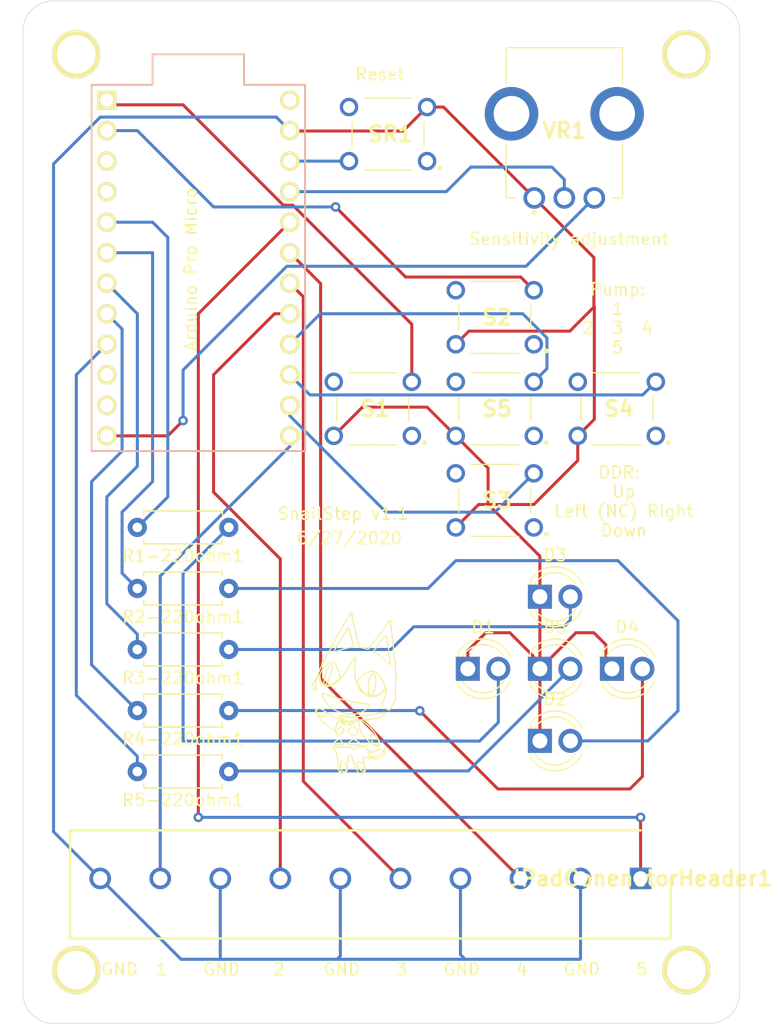
<source format=kicad_pcb>
(kicad_pcb (version 20171130) (host pcbnew "(5.1.6)-1")

  (general
    (thickness 1.6)
    (drawings 391)
    (tracks 177)
    (zones 0)
    (modules 23)
    (nets 42)
  )

  (page A4)
  (layers
    (0 F.Cu signal)
    (31 B.Cu signal)
    (32 B.Adhes user)
    (33 F.Adhes user)
    (34 B.Paste user)
    (35 F.Paste user)
    (36 B.SilkS user)
    (37 F.SilkS user)
    (38 B.Mask user)
    (39 F.Mask user)
    (40 Dwgs.User user)
    (41 Cmts.User user)
    (42 Eco1.User user)
    (43 Eco2.User user)
    (44 Edge.Cuts user)
    (45 Margin user)
    (46 B.CrtYd user)
    (47 F.CrtYd user)
    (48 B.Fab user)
    (49 F.Fab user)
  )

  (setup
    (last_trace_width 0.25)
    (trace_clearance 0.2)
    (zone_clearance 0.508)
    (zone_45_only no)
    (trace_min 0.2)
    (via_size 0.8)
    (via_drill 0.4)
    (via_min_size 0.4)
    (via_min_drill 0.3)
    (uvia_size 0.3)
    (uvia_drill 0.1)
    (uvias_allowed no)
    (uvia_min_size 0.2)
    (uvia_min_drill 0.1)
    (edge_width 0.05)
    (segment_width 0.2)
    (pcb_text_width 0.3)
    (pcb_text_size 1.5 1.5)
    (mod_edge_width 0.12)
    (mod_text_size 1 1)
    (mod_text_width 0.15)
    (pad_size 1.8 1.8)
    (pad_drill 1.25)
    (pad_to_mask_clearance 0.05)
    (aux_axis_origin 0 0)
    (visible_elements 7FFFFFFF)
    (pcbplotparams
      (layerselection 0x010f0_ffffffff)
      (usegerberextensions false)
      (usegerberattributes true)
      (usegerberadvancedattributes true)
      (creategerberjobfile true)
      (excludeedgelayer true)
      (linewidth 0.100000)
      (plotframeref false)
      (viasonmask false)
      (mode 1)
      (useauxorigin false)
      (hpglpennumber 1)
      (hpglpenspeed 20)
      (hpglpendiameter 15.000000)
      (psnegative false)
      (psa4output false)
      (plotreference true)
      (plotvalue true)
      (plotinvisibletext false)
      (padsonsilk false)
      (subtractmaskfromsilk false)
      (outputformat 1)
      (mirror false)
      (drillshape 0)
      (scaleselection 1)
      (outputdirectory ""))
  )

  (net 0 "")
  (net 1 "Net-(D1-Pad2)")
  (net 2 "Net-(D2-Pad2)")
  (net 3 "Net-(D3-Pad2)")
  (net 4 "Net-(D4-Pad2)")
  (net 5 "Net-(D5-Pad2)")
  (net 6 "Net-(R1-220ohm1-Pad2)")
  (net 7 "Net-(R2-220ohm1-Pad2)")
  (net 8 "Net-(R3-220ohm1-Pad2)")
  (net 9 "Net-(R4-220ohm1-Pad2)")
  (net 10 "Net-(R5-220ohm1-Pad2)")
  (net 11 "Net-(S1-Pad4)")
  (net 12 "Net-(S1-Pad3)")
  (net 13 "Net-(S1-Pad1)")
  (net 14 "Net-(S2-Pad4)")
  (net 15 "Net-(S2-Pad3)")
  (net 16 "Net-(S2-Pad1)")
  (net 17 "Net-(S3-Pad4)")
  (net 18 "Net-(S3-Pad3)")
  (net 19 "Net-(S3-Pad1)")
  (net 20 "Net-(S4-Pad4)")
  (net 21 "Net-(S4-Pad3)")
  (net 22 "Net-(S4-Pad1)")
  (net 23 "Net-(S5-Pad4)")
  (net 24 "Net-(S5-Pad3)")
  (net 25 "Net-(S5-Pad1)")
  (net 26 "Net-(SR1-Pad4)")
  (net 27 "Net-(SR1-Pad2)")
  (net 28 "Net-(SR1-Pad1)")
  (net 29 "Net-(U1-Pad24)")
  (net 30 "Net-(U1-Pad12)")
  (net 31 "Net-(U1-Pad11)")
  (net 32 "Net-(U1-Pad10)")
  (net 33 "Net-(U1-Pad4)")
  (net 34 "Net-(U1-Pad3)")
  (net 35 GND)
  (net 36 "Net-(JPadConenctorHeader1-Pad9)")
  (net 37 "Net-(JPadConenctorHeader1-Pad7)")
  (net 38 "Net-(JPadConenctorHeader1-Pad5)")
  (net 39 "Net-(JPadConenctorHeader1-Pad3)")
  (net 40 "Net-(JPadConenctorHeader1-Pad1)")
  (net 41 +5V)

  (net_class Default "This is the default net class."
    (clearance 0.2)
    (trace_width 0.25)
    (via_dia 0.8)
    (via_drill 0.4)
    (uvia_dia 0.3)
    (uvia_drill 0.1)
    (add_net +5V)
    (add_net GND)
    (add_net "Net-(D1-Pad2)")
    (add_net "Net-(D2-Pad2)")
    (add_net "Net-(D3-Pad2)")
    (add_net "Net-(D4-Pad2)")
    (add_net "Net-(D5-Pad2)")
    (add_net "Net-(JPadConenctorHeader1-Pad1)")
    (add_net "Net-(JPadConenctorHeader1-Pad3)")
    (add_net "Net-(JPadConenctorHeader1-Pad5)")
    (add_net "Net-(JPadConenctorHeader1-Pad7)")
    (add_net "Net-(JPadConenctorHeader1-Pad9)")
    (add_net "Net-(R1-220ohm1-Pad2)")
    (add_net "Net-(R2-220ohm1-Pad2)")
    (add_net "Net-(R3-220ohm1-Pad2)")
    (add_net "Net-(R4-220ohm1-Pad2)")
    (add_net "Net-(R5-220ohm1-Pad2)")
    (add_net "Net-(S1-Pad1)")
    (add_net "Net-(S1-Pad3)")
    (add_net "Net-(S1-Pad4)")
    (add_net "Net-(S2-Pad1)")
    (add_net "Net-(S2-Pad3)")
    (add_net "Net-(S2-Pad4)")
    (add_net "Net-(S3-Pad1)")
    (add_net "Net-(S3-Pad3)")
    (add_net "Net-(S3-Pad4)")
    (add_net "Net-(S4-Pad1)")
    (add_net "Net-(S4-Pad3)")
    (add_net "Net-(S4-Pad4)")
    (add_net "Net-(S5-Pad1)")
    (add_net "Net-(S5-Pad3)")
    (add_net "Net-(S5-Pad4)")
    (add_net "Net-(SR1-Pad1)")
    (add_net "Net-(SR1-Pad2)")
    (add_net "Net-(SR1-Pad4)")
    (add_net "Net-(U1-Pad10)")
    (add_net "Net-(U1-Pad11)")
    (add_net "Net-(U1-Pad12)")
    (add_net "Net-(U1-Pad24)")
    (add_net "Net-(U1-Pad3)")
    (add_net "Net-(U1-Pad4)")
  )

  (module "library tool:LED_D4.0mm_1.25mmhole" (layer F.Cu) (tedit 5EF7D30B) (tstamp 5EF8593C)
    (at 151 114)
    (descr "LED, diameter 4.0mm, 2 pins, http://www.kingbright.com/attachments/file/psearch/000/00/00/L-43GD(Ver.12B).pdf")
    (tags "LED diameter 4.0mm 2 pins")
    (path /5EE10230)
    (fp_text reference D5 (at 1.27 -3.46) (layer F.SilkS)
      (effects (font (size 1 1) (thickness 0.15)))
    )
    (fp_text value LED (at 1.27 3.46) (layer F.Fab)
      (effects (font (size 1 1) (thickness 0.15)))
    )
    (fp_arc (start 1.27 0) (end -0.41333 1.08) (angle -114.6) (layer F.SilkS) (width 0.12))
    (fp_arc (start 1.27 0) (end -0.41333 -1.08) (angle 114.6) (layer F.SilkS) (width 0.12))
    (fp_arc (start 1.27 0) (end -0.79 1.398749) (angle -120.1) (layer F.SilkS) (width 0.12))
    (fp_arc (start 1.27 0) (end -0.79 -1.398749) (angle 120.1) (layer F.SilkS) (width 0.12))
    (fp_arc (start 1.27 0) (end -0.73 -1.32665) (angle 292.9) (layer F.Fab) (width 0.1))
    (fp_line (start 4 -2.75) (end -1.45 -2.75) (layer F.CrtYd) (width 0.05))
    (fp_line (start 4 2.75) (end 4 -2.75) (layer F.CrtYd) (width 0.05))
    (fp_line (start -1.45 2.75) (end 4 2.75) (layer F.CrtYd) (width 0.05))
    (fp_line (start -1.45 -2.75) (end -1.45 2.75) (layer F.CrtYd) (width 0.05))
    (fp_line (start -0.79 1.08) (end -0.79 1.399) (layer F.SilkS) (width 0.12))
    (fp_line (start -0.79 -1.399) (end -0.79 -1.08) (layer F.SilkS) (width 0.12))
    (fp_line (start -0.73 -1.32665) (end -0.73 1.32665) (layer F.Fab) (width 0.1))
    (fp_circle (center 1.27 0) (end 3.27 0) (layer F.Fab) (width 0.1))
    (pad 2 thru_hole circle (at 2.54 0) (size 2 2) (drill 1.25) (layers *.Cu *.Mask)
      (net 5 "Net-(D5-Pad2)"))
    (pad 1 thru_hole rect (at 0 0) (size 2 2) (drill 1.25) (layers *.Cu *.Mask)
      (net 35 GND))
    (model ${KISYS3DMOD}/LED_THT.3dshapes/LED_D4.0mm.wrl
      (at (xyz 0 0 0))
      (scale (xyz 1 1 1))
      (rotate (xyz 0 0 0))
    )
  )

  (module "library tool:LED_D4.0mm_1.25mmhole" (layer F.Cu) (tedit 5EF7D30B) (tstamp 5EF85929)
    (at 157 114)
    (descr "LED, diameter 4.0mm, 2 pins, http://www.kingbright.com/attachments/file/psearch/000/00/00/L-43GD(Ver.12B).pdf")
    (tags "LED diameter 4.0mm 2 pins")
    (path /5EE103D6)
    (fp_text reference D4 (at 1.27 -3.46) (layer F.SilkS)
      (effects (font (size 1 1) (thickness 0.15)))
    )
    (fp_text value LED (at 1.27 3.46) (layer F.Fab)
      (effects (font (size 1 1) (thickness 0.15)))
    )
    (fp_arc (start 1.27 0) (end -0.41333 1.08) (angle -114.6) (layer F.SilkS) (width 0.12))
    (fp_arc (start 1.27 0) (end -0.41333 -1.08) (angle 114.6) (layer F.SilkS) (width 0.12))
    (fp_arc (start 1.27 0) (end -0.79 1.398749) (angle -120.1) (layer F.SilkS) (width 0.12))
    (fp_arc (start 1.27 0) (end -0.79 -1.398749) (angle 120.1) (layer F.SilkS) (width 0.12))
    (fp_arc (start 1.27 0) (end -0.73 -1.32665) (angle 292.9) (layer F.Fab) (width 0.1))
    (fp_line (start 4 -2.75) (end -1.45 -2.75) (layer F.CrtYd) (width 0.05))
    (fp_line (start 4 2.75) (end 4 -2.75) (layer F.CrtYd) (width 0.05))
    (fp_line (start -1.45 2.75) (end 4 2.75) (layer F.CrtYd) (width 0.05))
    (fp_line (start -1.45 -2.75) (end -1.45 2.75) (layer F.CrtYd) (width 0.05))
    (fp_line (start -0.79 1.08) (end -0.79 1.399) (layer F.SilkS) (width 0.12))
    (fp_line (start -0.79 -1.399) (end -0.79 -1.08) (layer F.SilkS) (width 0.12))
    (fp_line (start -0.73 -1.32665) (end -0.73 1.32665) (layer F.Fab) (width 0.1))
    (fp_circle (center 1.27 0) (end 3.27 0) (layer F.Fab) (width 0.1))
    (pad 2 thru_hole circle (at 2.54 0) (size 2 2) (drill 1.25) (layers *.Cu *.Mask)
      (net 4 "Net-(D4-Pad2)"))
    (pad 1 thru_hole rect (at 0 0) (size 2 2) (drill 1.25) (layers *.Cu *.Mask)
      (net 35 GND))
    (model ${KISYS3DMOD}/LED_THT.3dshapes/LED_D4.0mm.wrl
      (at (xyz 0 0 0))
      (scale (xyz 1 1 1))
      (rotate (xyz 0 0 0))
    )
  )

  (module "library tool:LED_D4.0mm_1.25mmhole" (layer F.Cu) (tedit 5EF7D30B) (tstamp 5EF85916)
    (at 151 108)
    (descr "LED, diameter 4.0mm, 2 pins, http://www.kingbright.com/attachments/file/psearch/000/00/00/L-43GD(Ver.12B).pdf")
    (tags "LED diameter 4.0mm 2 pins")
    (path /5EE0FA44)
    (fp_text reference D3 (at 1.27 -3.46) (layer F.SilkS)
      (effects (font (size 1 1) (thickness 0.15)))
    )
    (fp_text value LED (at 1.27 3.46) (layer F.Fab)
      (effects (font (size 1 1) (thickness 0.15)))
    )
    (fp_arc (start 1.27 0) (end -0.41333 1.08) (angle -114.6) (layer F.SilkS) (width 0.12))
    (fp_arc (start 1.27 0) (end -0.41333 -1.08) (angle 114.6) (layer F.SilkS) (width 0.12))
    (fp_arc (start 1.27 0) (end -0.79 1.398749) (angle -120.1) (layer F.SilkS) (width 0.12))
    (fp_arc (start 1.27 0) (end -0.79 -1.398749) (angle 120.1) (layer F.SilkS) (width 0.12))
    (fp_arc (start 1.27 0) (end -0.73 -1.32665) (angle 292.9) (layer F.Fab) (width 0.1))
    (fp_line (start 4 -2.75) (end -1.45 -2.75) (layer F.CrtYd) (width 0.05))
    (fp_line (start 4 2.75) (end 4 -2.75) (layer F.CrtYd) (width 0.05))
    (fp_line (start -1.45 2.75) (end 4 2.75) (layer F.CrtYd) (width 0.05))
    (fp_line (start -1.45 -2.75) (end -1.45 2.75) (layer F.CrtYd) (width 0.05))
    (fp_line (start -0.79 1.08) (end -0.79 1.399) (layer F.SilkS) (width 0.12))
    (fp_line (start -0.79 -1.399) (end -0.79 -1.08) (layer F.SilkS) (width 0.12))
    (fp_line (start -0.73 -1.32665) (end -0.73 1.32665) (layer F.Fab) (width 0.1))
    (fp_circle (center 1.27 0) (end 3.27 0) (layer F.Fab) (width 0.1))
    (pad 2 thru_hole circle (at 2.54 0) (size 2 2) (drill 1.25) (layers *.Cu *.Mask)
      (net 3 "Net-(D3-Pad2)"))
    (pad 1 thru_hole rect (at 0 0) (size 2 2) (drill 1.25) (layers *.Cu *.Mask)
      (net 35 GND))
    (model ${KISYS3DMOD}/LED_THT.3dshapes/LED_D4.0mm.wrl
      (at (xyz 0 0 0))
      (scale (xyz 1 1 1))
      (rotate (xyz 0 0 0))
    )
  )

  (module "library tool:LED_D4.0mm_1.25mmhole" (layer F.Cu) (tedit 5EF7D30B) (tstamp 5EF858DF)
    (at 145 114)
    (descr "LED, diameter 4.0mm, 2 pins, http://www.kingbright.com/attachments/file/psearch/000/00/00/L-43GD(Ver.12B).pdf")
    (tags "LED diameter 4.0mm 2 pins")
    (path /5EE0F2C5)
    (fp_text reference D1 (at 1.27 -3.46) (layer F.SilkS)
      (effects (font (size 1 1) (thickness 0.15)))
    )
    (fp_text value LED (at 1.27 3.46) (layer F.Fab)
      (effects (font (size 1 1) (thickness 0.15)))
    )
    (fp_arc (start 1.27 0) (end -0.41333 1.08) (angle -114.6) (layer F.SilkS) (width 0.12))
    (fp_arc (start 1.27 0) (end -0.41333 -1.08) (angle 114.6) (layer F.SilkS) (width 0.12))
    (fp_arc (start 1.27 0) (end -0.79 1.398749) (angle -120.1) (layer F.SilkS) (width 0.12))
    (fp_arc (start 1.27 0) (end -0.79 -1.398749) (angle 120.1) (layer F.SilkS) (width 0.12))
    (fp_arc (start 1.27 0) (end -0.73 -1.32665) (angle 292.9) (layer F.Fab) (width 0.1))
    (fp_line (start 4 -2.75) (end -1.45 -2.75) (layer F.CrtYd) (width 0.05))
    (fp_line (start 4 2.75) (end 4 -2.75) (layer F.CrtYd) (width 0.05))
    (fp_line (start -1.45 2.75) (end 4 2.75) (layer F.CrtYd) (width 0.05))
    (fp_line (start -1.45 -2.75) (end -1.45 2.75) (layer F.CrtYd) (width 0.05))
    (fp_line (start -0.79 1.08) (end -0.79 1.399) (layer F.SilkS) (width 0.12))
    (fp_line (start -0.79 -1.399) (end -0.79 -1.08) (layer F.SilkS) (width 0.12))
    (fp_line (start -0.73 -1.32665) (end -0.73 1.32665) (layer F.Fab) (width 0.1))
    (fp_circle (center 1.27 0) (end 3.27 0) (layer F.Fab) (width 0.1))
    (pad 2 thru_hole circle (at 2.54 0) (size 2 2) (drill 1.25) (layers *.Cu *.Mask)
      (net 1 "Net-(D1-Pad2)"))
    (pad 1 thru_hole rect (at 0 0) (size 2 2) (drill 1.25) (layers *.Cu *.Mask)
      (net 35 GND))
    (model ${KISYS3DMOD}/LED_THT.3dshapes/LED_D4.0mm.wrl
      (at (xyz 0 0 0))
      (scale (xyz 1 1 1))
      (rotate (xyz 0 0 0))
    )
  )

  (module "library tool:LED_D4.0mm_1.25mmhole" (layer F.Cu) (tedit 5EF7D30B) (tstamp 5EF85265)
    (at 151 120)
    (descr "LED, diameter 4.0mm, 2 pins, http://www.kingbright.com/attachments/file/psearch/000/00/00/L-43GD(Ver.12B).pdf")
    (tags "LED diameter 4.0mm 2 pins")
    (path /5EE1098A)
    (fp_text reference D2 (at 1.27 -3.46) (layer F.SilkS)
      (effects (font (size 1 1) (thickness 0.15)))
    )
    (fp_text value LED (at 1.27 3.46) (layer F.Fab)
      (effects (font (size 1 1) (thickness 0.15)))
    )
    (fp_arc (start 1.27 0) (end -0.41333 1.08) (angle -114.6) (layer F.SilkS) (width 0.12))
    (fp_arc (start 1.27 0) (end -0.41333 -1.08) (angle 114.6) (layer F.SilkS) (width 0.12))
    (fp_arc (start 1.27 0) (end -0.79 1.398749) (angle -120.1) (layer F.SilkS) (width 0.12))
    (fp_arc (start 1.27 0) (end -0.79 -1.398749) (angle 120.1) (layer F.SilkS) (width 0.12))
    (fp_arc (start 1.27 0) (end -0.73 -1.32665) (angle 292.9) (layer F.Fab) (width 0.1))
    (fp_line (start 4 -2.75) (end -1.45 -2.75) (layer F.CrtYd) (width 0.05))
    (fp_line (start 4 2.75) (end 4 -2.75) (layer F.CrtYd) (width 0.05))
    (fp_line (start -1.45 2.75) (end 4 2.75) (layer F.CrtYd) (width 0.05))
    (fp_line (start -1.45 -2.75) (end -1.45 2.75) (layer F.CrtYd) (width 0.05))
    (fp_line (start -0.79 1.08) (end -0.79 1.399) (layer F.SilkS) (width 0.12))
    (fp_line (start -0.79 -1.399) (end -0.79 -1.08) (layer F.SilkS) (width 0.12))
    (fp_line (start -0.73 -1.32665) (end -0.73 1.32665) (layer F.Fab) (width 0.1))
    (fp_circle (center 1.27 0) (end 3.27 0) (layer F.Fab) (width 0.1))
    (pad 2 thru_hole circle (at 2.54 0) (size 2 2) (drill 1.25) (layers *.Cu *.Mask)
      (net 2 "Net-(D2-Pad2)"))
    (pad 1 thru_hole rect (at 0 0) (size 2 2) (drill 1.25) (layers *.Cu *.Mask)
      (net 35 GND))
    (model ${KISYS3DMOD}/LED_THT.3dshapes/LED_D4.0mm.wrl
      (at (xyz 0 0 0))
      (scale (xyz 1 1 1))
      (rotate (xyz 0 0 0))
    )
  )

  (module "library tool:PTV09A4020FB103" (layer F.Cu) (tedit 0) (tstamp 5EE3A724)
    (at 153.035 69.215)
    (descr PTV09A-4)
    (tags "Variable Resistor")
    (path /5EEFB0D6)
    (fp_text reference VR1 (at 0 0) (layer F.SilkS)
      (effects (font (size 1.27 1.27) (thickness 0.254)))
    )
    (fp_text value PTV09A-4015F-B102 (at 0 0) (layer F.SilkS) hide
      (effects (font (size 1.27 1.27) (thickness 0.254)))
    )
    (fp_arc (start -2.5 6.8) (end -2.4 6.8) (angle 180) (layer F.SilkS) (width 0.2))
    (fp_arc (start -2.5 6.8) (end -2.6 6.8) (angle 180) (layer F.SilkS) (width 0.2))
    (fp_text user %R (at 0 0) (layer F.Fab)
      (effects (font (size 1.27 1.27) (thickness 0.254)))
    )
    (fp_line (start -4.85 -6.9) (end 4.85 -6.9) (layer F.Fab) (width 0.2))
    (fp_line (start 4.85 -6.9) (end 4.85 5.6) (layer F.Fab) (width 0.2))
    (fp_line (start 4.85 5.6) (end -4.85 5.6) (layer F.Fab) (width 0.2))
    (fp_line (start -4.85 5.6) (end -4.85 -6.9) (layer F.Fab) (width 0.2))
    (fp_line (start -7.63 -7.9) (end 7.63 -7.9) (layer F.CrtYd) (width 0.1))
    (fp_line (start 7.63 -7.9) (end 7.63 7.9) (layer F.CrtYd) (width 0.1))
    (fp_line (start 7.63 7.9) (end -7.63 7.9) (layer F.CrtYd) (width 0.1))
    (fp_line (start -7.63 7.9) (end -7.63 -7.9) (layer F.CrtYd) (width 0.1))
    (fp_line (start -4.85 -3.9) (end -4.85 -6.9) (layer F.SilkS) (width 0.1))
    (fp_line (start -4.85 -6.9) (end 4.85 -6.9) (layer F.SilkS) (width 0.1))
    (fp_line (start 4.85 -6.9) (end 4.85 -3.9) (layer F.SilkS) (width 0.1))
    (fp_line (start -4.85 1.1) (end -4.85 5.6) (layer F.SilkS) (width 0.1))
    (fp_line (start -4.85 5.6) (end -4 5.6) (layer F.SilkS) (width 0.1))
    (fp_line (start 4 5.6) (end 4.85 5.6) (layer F.SilkS) (width 0.1))
    (fp_line (start 4.85 5.6) (end 4.85 1.1) (layer F.SilkS) (width 0.1))
    (fp_line (start -2.6 6.8) (end -2.6 6.8) (layer F.SilkS) (width 0.2))
    (fp_line (start -2.4 6.8) (end -2.4 6.8) (layer F.SilkS) (width 0.2))
    (pad 5 thru_hole circle (at 4.4 -1.4) (size 4.46 4.46) (drill 2.9732) (layers *.Cu *.Mask))
    (pad 4 thru_hole circle (at -4.4 -1.4) (size 4.46 4.46) (drill 2.9732) (layers *.Cu *.Mask))
    (pad 3 thru_hole circle (at 2.5 5.6) (size 1.8 1.8) (drill 1.2) (layers *.Cu *.Mask)
      (net 30 "Net-(U1-Pad12)"))
    (pad 2 thru_hole circle (at 0 5.6) (size 1.8 1.8) (drill 1.2) (layers *.Cu *.Mask)
      (net 41 +5V))
    (pad 1 thru_hole circle (at -2.5 5.6) (size 1.8 1.8) (drill 1.2) (layers *.Cu *.Mask)
      (net 35 GND))
  )

  (module "keyboard parts:HOLE_M3" (layer F.Cu) (tedit 0) (tstamp 5EE41C4C)
    (at 163.195 139.065 180)
    (fp_text reference HOLE_M3 (at -6.985 -7.62) (layer F.SilkS) hide
      (effects (font (size 1.524 1.524) (thickness 0.3048)))
    )
    (fp_text value VAL** (at 0.05 -7.25) (layer F.SilkS) hide
      (effects (font (size 1.524 1.524) (thickness 0.3048)))
    )
    (pad 1 thru_hole circle (at 0 0 180) (size 4 4) (drill 3.2) (layers *.Cu *.Mask F.SilkS))
  )

  (module "keyboard parts:HOLE_M3" (layer F.Cu) (tedit 0) (tstamp 5EE41C44)
    (at 112.395 139.065 90)
    (fp_text reference HOLE_M3 (at 0 -4.5 90) (layer F.SilkS) hide
      (effects (font (size 1.524 1.524) (thickness 0.3048)))
    )
    (fp_text value VAL** (at 0.05 -7.25 90) (layer F.SilkS) hide
      (effects (font (size 1.524 1.524) (thickness 0.3048)))
    )
    (pad 1 thru_hole circle (at 0 0 90) (size 4 4) (drill 3.2) (layers *.Cu *.Mask F.SilkS))
  )

  (module "keyboard parts:HOLE_M3" (layer F.Cu) (tedit 0) (tstamp 5EE416F6)
    (at 163.195 62.865 270)
    (fp_text reference HOLE_M3 (at 0 -4.5 90) (layer F.SilkS) hide
      (effects (font (size 1.524 1.524) (thickness 0.3048)))
    )
    (fp_text value VAL** (at 0.05 -7.25 90) (layer F.SilkS) hide
      (effects (font (size 1.524 1.524) (thickness 0.3048)))
    )
    (pad 1 thru_hole circle (at 0 0 270) (size 4 4) (drill 3.2) (layers *.Cu *.Mask F.SilkS))
  )

  (module "keyboard parts:HOLE_M3" (layer F.Cu) (tedit 0) (tstamp 5EE416B3)
    (at 112.395 62.865)
    (fp_text reference HOLE_M3 (at -6.985 -7.62) (layer F.SilkS) hide
      (effects (font (size 1.524 1.524) (thickness 0.3048)))
    )
    (fp_text value VAL** (at 0.05 -7.25) (layer F.SilkS) hide
      (effects (font (size 1.524 1.524) (thickness 0.3048)))
    )
    (pad 1 thru_hole circle (at 0 0) (size 4 4) (drill 3.2) (layers *.Cu *.Mask F.SilkS))
  )

  (module "library tool:FSM6JH" (layer F.Cu) (tedit 0) (tstamp 5EE3A6A9)
    (at 160.655 94.615)
    (descr FSM6JH-4)
    (tags Switch)
    (path /5EF55329)
    (fp_text reference S4 (at -3.06 -2.25) (layer F.SilkS)
      (effects (font (size 1.27 1.27) (thickness 0.254)))
    )
    (fp_text value FSM6JH (at -3.06 -2.25) (layer F.SilkS) hide
      (effects (font (size 1.27 1.27) (thickness 0.254)))
    )
    (fp_arc (start 1.05 0.55) (end 1.05 0.65) (angle -180) (layer F.SilkS) (width 0.2))
    (fp_arc (start 1.05 0.55) (end 1.05 0.45) (angle -180) (layer F.SilkS) (width 0.2))
    (fp_text user %R (at -3.06 -2.25) (layer F.Fab)
      (effects (font (size 1.27 1.27) (thickness 0.254)))
    )
    (fp_line (start -6.245 -5.245) (end -0.255 -5.245) (layer F.Fab) (width 0.2))
    (fp_line (start -0.255 -5.245) (end -0.255 0.745) (layer F.Fab) (width 0.2))
    (fp_line (start -0.255 0.745) (end -6.245 0.745) (layer F.Fab) (width 0.2))
    (fp_line (start -6.245 0.745) (end -6.245 -5.245) (layer F.Fab) (width 0.2))
    (fp_line (start -7.77 -5.77) (end 1.65 -5.77) (layer F.CrtYd) (width 0.1))
    (fp_line (start 1.65 -5.77) (end 1.65 1.27) (layer F.CrtYd) (width 0.1))
    (fp_line (start 1.65 1.27) (end -7.77 1.27) (layer F.CrtYd) (width 0.1))
    (fp_line (start -7.77 1.27) (end -7.77 -5.77) (layer F.CrtYd) (width 0.1))
    (fp_line (start 1.05 0.45) (end 1.05 0.45) (layer F.SilkS) (width 0.2))
    (fp_line (start 1.05 0.65) (end 1.05 0.65) (layer F.SilkS) (width 0.2))
    (fp_line (start -5.25 -5.245) (end -1.25 -5.245) (layer F.SilkS) (width 0.1))
    (fp_line (start -5.25 0.745) (end -1.25 0.75) (layer F.SilkS) (width 0.1))
    (fp_line (start -6.245 -3.25) (end -6.25 -1.25) (layer F.SilkS) (width 0.1))
    (fp_line (start -0.255 -3.25) (end -0.255 -1.25) (layer F.SilkS) (width 0.1))
    (pad 4 thru_hole circle (at -6.5 -4.5) (size 1.54 1.54) (drill 0.99) (layers *.Cu *.Mask)
      (net 20 "Net-(S4-Pad4)"))
    (pad 3 thru_hole circle (at 0 -4.5) (size 1.54 1.54) (drill 0.99) (layers *.Cu *.Mask)
      (net 21 "Net-(S4-Pad3)"))
    (pad 2 thru_hole circle (at -6.5 0) (size 1.54 1.54) (drill 0.99) (layers *.Cu *.Mask)
      (net 35 GND))
    (pad 1 thru_hole circle (at 0 0) (size 1.54 1.54) (drill 0.99) (layers *.Cu *.Mask)
      (net 22 "Net-(S4-Pad1)"))
    (model "C:\\Users\\Camellia\\Documents\\kicad\\libraries\\mouser tool\\SamacSys_Parts.3dshapes\\FSM6JH.stp"
      (at (xyz 0 0 0))
      (scale (xyz 1 1 1))
      (rotate (xyz 0 0 0))
    )
  )

  (module "library tool:SHDR10W100P0X500_1X10_5000X900X1250P" (layer F.Cu) (tedit 0) (tstamp 5EE3A5D2)
    (at 159.385 131.445 180)
    (descr TB001-500-10BE)
    (tags Connector)
    (path /5EF07E9D)
    (fp_text reference JPadConenctorHeader1 (at 0 0) (layer F.SilkS)
      (effects (font (size 1.27 1.27) (thickness 0.254)))
    )
    (fp_text value TB001-500-10BE (at 0 0) (layer F.SilkS) hide
      (effects (font (size 1.27 1.27) (thickness 0.254)))
    )
    (fp_text user %R (at 0 0) (layer F.Fab)
      (effects (font (size 1.27 1.27) (thickness 0.254)))
    )
    (fp_line (start -2.75 4.25) (end -2.75 -5.25) (layer F.CrtYd) (width 0.05))
    (fp_line (start -2.75 -5.25) (end 47.75 -5.25) (layer F.CrtYd) (width 0.05))
    (fp_line (start 47.75 -5.25) (end 47.75 4.25) (layer F.CrtYd) (width 0.05))
    (fp_line (start 47.75 4.25) (end -2.75 4.25) (layer F.CrtYd) (width 0.05))
    (fp_line (start -2.5 4) (end -2.5 -5) (layer F.Fab) (width 0.1))
    (fp_line (start -2.5 -5) (end 47.5 -5) (layer F.Fab) (width 0.1))
    (fp_line (start 47.5 -5) (end 47.5 4) (layer F.Fab) (width 0.1))
    (fp_line (start 47.5 4) (end -2.5 4) (layer F.Fab) (width 0.1))
    (fp_line (start 0 4) (end 47.5 4) (layer F.SilkS) (width 0.2))
    (fp_line (start 47.5 4) (end 47.5 -5) (layer F.SilkS) (width 0.2))
    (fp_line (start 47.5 -5) (end -2.5 -5) (layer F.SilkS) (width 0.2))
    (fp_line (start -2.5 -5) (end -2.5 0) (layer F.SilkS) (width 0.2))
    (pad 10 thru_hole circle (at 45 0 180) (size 1.8 1.8) (drill 1.2) (layers *.Cu *.Mask)
      (net 35 GND))
    (pad 9 thru_hole circle (at 40 0 180) (size 1.8 1.8) (drill 1.2) (layers *.Cu *.Mask)
      (net 36 "Net-(JPadConenctorHeader1-Pad9)"))
    (pad 8 thru_hole circle (at 35 0 180) (size 1.8 1.8) (drill 1.2) (layers *.Cu *.Mask)
      (net 35 GND))
    (pad 7 thru_hole circle (at 30 0 180) (size 1.8 1.8) (drill 1.2) (layers *.Cu *.Mask)
      (net 37 "Net-(JPadConenctorHeader1-Pad7)"))
    (pad 6 thru_hole circle (at 25 0 180) (size 1.8 1.8) (drill 1.2) (layers *.Cu *.Mask)
      (net 35 GND))
    (pad 5 thru_hole circle (at 20 0 180) (size 1.8 1.8) (drill 1.2) (layers *.Cu *.Mask)
      (net 38 "Net-(JPadConenctorHeader1-Pad5)"))
    (pad 4 thru_hole circle (at 15 0 180) (size 1.8 1.8) (drill 1.2) (layers *.Cu *.Mask)
      (net 35 GND))
    (pad 3 thru_hole circle (at 10 0 180) (size 1.8 1.8) (drill 1.2) (layers *.Cu *.Mask)
      (net 39 "Net-(JPadConenctorHeader1-Pad3)"))
    (pad 2 thru_hole circle (at 5 0 180) (size 1.8 1.8) (drill 1.2) (layers *.Cu *.Mask)
      (net 35 GND))
    (pad 1 thru_hole rect (at 0 0 180) (size 1.8 1.8) (drill 1.2) (layers *.Cu *.Mask)
      (net 40 "Net-(JPadConenctorHeader1-Pad1)"))
    (model "C:\\Users\\Camellia\\Documents\\kicad\\libraries\\mouser tool\\SamacSys_Parts.3dshapes\\TB001-500-10BE.stp"
      (at (xyz 0 0 0))
      (scale (xyz 1 1 1))
      (rotate (xyz 0 0 0))
    )
  )

  (module promicro:ProMicro (layer F.Cu) (tedit 5A06A962) (tstamp 5EE3A707)
    (at 122.555 80.645 270)
    (descr "Pro Micro footprint")
    (tags "promicro ProMicro")
    (path /5EE2A5C0)
    (fp_text reference U1 (at 0 -10.16 90) (layer F.SilkS) hide
      (effects (font (size 1 1) (thickness 0.15)))
    )
    (fp_text value ProMicro (at 0 10.16 90) (layer F.Fab)
      (effects (font (size 1 1) (thickness 0.15)))
    )
    (fp_line (start 15.24 -8.89) (end 15.24 8.89) (layer B.SilkS) (width 0.15))
    (fp_line (start 15.24 8.89) (end -15.24 8.89) (layer B.SilkS) (width 0.15))
    (fp_line (start -15.24 8.89) (end -15.24 3.81) (layer B.SilkS) (width 0.15))
    (fp_line (start -15.24 3.81) (end -17.78 3.81) (layer B.SilkS) (width 0.15))
    (fp_line (start -17.78 3.81) (end -17.78 -3.81) (layer B.SilkS) (width 0.15))
    (fp_line (start -17.78 -3.81) (end -15.24 -3.81) (layer B.SilkS) (width 0.15))
    (fp_line (start -15.24 -3.81) (end -15.24 -8.89) (layer B.SilkS) (width 0.15))
    (fp_line (start -15.24 -8.89) (end 15.24 -8.89) (layer B.SilkS) (width 0.15))
    (fp_line (start -15.24 8.89) (end 15.24 8.89) (layer F.SilkS) (width 0.15))
    (fp_line (start -15.24 8.89) (end -15.24 3.81) (layer F.SilkS) (width 0.15))
    (fp_line (start -15.24 3.81) (end -17.78 3.81) (layer F.SilkS) (width 0.15))
    (fp_line (start -17.78 3.81) (end -17.78 -3.81) (layer F.SilkS) (width 0.15))
    (fp_line (start -17.78 -3.81) (end -15.24 -3.81) (layer F.SilkS) (width 0.15))
    (fp_line (start -15.24 -3.81) (end -15.24 -8.89) (layer F.SilkS) (width 0.15))
    (fp_line (start -15.24 -8.89) (end 15.24 -8.89) (layer F.SilkS) (width 0.15))
    (fp_line (start 15.24 -8.89) (end 15.24 8.89) (layer F.SilkS) (width 0.15))
    (pad 24 thru_hole circle (at -13.97 -7.62 270) (size 1.6 1.6) (drill 1.1) (layers *.Cu *.Mask F.SilkS)
      (net 29 "Net-(U1-Pad24)"))
    (pad 23 thru_hole circle (at -11.43 -7.62 270) (size 1.6 1.6) (drill 1.1) (layers *.Cu *.Mask F.SilkS)
      (net 35 GND))
    (pad 22 thru_hole circle (at -8.89 -7.62 270) (size 1.6 1.6) (drill 1.1) (layers *.Cu *.Mask F.SilkS)
      (net 27 "Net-(SR1-Pad2)"))
    (pad 21 thru_hole circle (at -6.35 -7.62 270) (size 1.6 1.6) (drill 1.1) (layers *.Cu *.Mask F.SilkS)
      (net 41 +5V))
    (pad 20 thru_hole circle (at -3.81 -7.62 270) (size 1.6 1.6) (drill 1.1) (layers *.Cu *.Mask F.SilkS)
      (net 40 "Net-(JPadConenctorHeader1-Pad1)"))
    (pad 19 thru_hole circle (at -1.27 -7.62 270) (size 1.6 1.6) (drill 1.1) (layers *.Cu *.Mask F.SilkS)
      (net 39 "Net-(JPadConenctorHeader1-Pad3)"))
    (pad 18 thru_hole circle (at 1.27 -7.62 270) (size 1.6 1.6) (drill 1.1) (layers *.Cu *.Mask F.SilkS)
      (net 38 "Net-(JPadConenctorHeader1-Pad5)"))
    (pad 17 thru_hole circle (at 3.81 -7.62 270) (size 1.6 1.6) (drill 1.1) (layers *.Cu *.Mask F.SilkS)
      (net 37 "Net-(JPadConenctorHeader1-Pad7)"))
    (pad 16 thru_hole circle (at 6.35 -7.62 270) (size 1.6 1.6) (drill 1.1) (layers *.Cu *.Mask F.SilkS)
      (net 24 "Net-(S5-Pad3)"))
    (pad 15 thru_hole circle (at 8.89 -7.62 270) (size 1.6 1.6) (drill 1.1) (layers *.Cu *.Mask F.SilkS)
      (net 21 "Net-(S4-Pad3)"))
    (pad 14 thru_hole circle (at 11.43 -7.62 270) (size 1.6 1.6) (drill 1.1) (layers *.Cu *.Mask F.SilkS)
      (net 18 "Net-(S3-Pad3)"))
    (pad 13 thru_hole circle (at 13.97 -7.62 270) (size 1.6 1.6) (drill 1.1) (layers *.Cu *.Mask F.SilkS)
      (net 36 "Net-(JPadConenctorHeader1-Pad9)"))
    (pad 12 thru_hole circle (at 13.97 7.62 270) (size 1.6 1.6) (drill 1.1) (layers *.Cu *.Mask F.SilkS)
      (net 30 "Net-(U1-Pad12)"))
    (pad 11 thru_hole circle (at 11.43 7.62 270) (size 1.6 1.6) (drill 1.1) (layers *.Cu *.Mask F.SilkS)
      (net 31 "Net-(U1-Pad11)"))
    (pad 10 thru_hole circle (at 8.89 7.62 270) (size 1.6 1.6) (drill 1.1) (layers *.Cu *.Mask F.SilkS)
      (net 32 "Net-(U1-Pad10)"))
    (pad 9 thru_hole circle (at 6.35 7.62 270) (size 1.6 1.6) (drill 1.1) (layers *.Cu *.Mask F.SilkS)
      (net 10 "Net-(R5-220ohm1-Pad2)"))
    (pad 8 thru_hole circle (at 3.81 7.62 270) (size 1.6 1.6) (drill 1.1) (layers *.Cu *.Mask F.SilkS)
      (net 9 "Net-(R4-220ohm1-Pad2)"))
    (pad 7 thru_hole circle (at 1.27 7.62 270) (size 1.6 1.6) (drill 1.1) (layers *.Cu *.Mask F.SilkS)
      (net 8 "Net-(R3-220ohm1-Pad2)"))
    (pad 6 thru_hole circle (at -1.27 7.62 270) (size 1.6 1.6) (drill 1.1) (layers *.Cu *.Mask F.SilkS)
      (net 7 "Net-(R2-220ohm1-Pad2)"))
    (pad 5 thru_hole circle (at -3.81 7.62 270) (size 1.6 1.6) (drill 1.1) (layers *.Cu *.Mask F.SilkS)
      (net 6 "Net-(R1-220ohm1-Pad2)"))
    (pad 4 thru_hole circle (at -6.35 7.62 270) (size 1.6 1.6) (drill 1.1) (layers *.Cu *.Mask F.SilkS)
      (net 33 "Net-(U1-Pad4)"))
    (pad 3 thru_hole circle (at -8.89 7.62 270) (size 1.6 1.6) (drill 1.1) (layers *.Cu *.Mask F.SilkS)
      (net 34 "Net-(U1-Pad3)"))
    (pad 2 thru_hole circle (at -11.43 7.62 270) (size 1.6 1.6) (drill 1.1) (layers *.Cu *.Mask F.SilkS)
      (net 15 "Net-(S2-Pad3)"))
    (pad 1 thru_hole rect (at -13.97 7.62 270) (size 1.6 1.6) (drill 1.1) (layers *.Cu *.Mask F.SilkS)
      (net 12 "Net-(S1-Pad3)"))
  )

  (module "library tool:FSM6JH" (layer F.Cu) (tedit 0) (tstamp 5EE3A6DB)
    (at 141.605 71.755)
    (descr FSM6JH-4)
    (tags Switch)
    (path /5EF3DAB3)
    (fp_text reference SR1 (at -3.06 -2.25) (layer F.SilkS)
      (effects (font (size 1.27 1.27) (thickness 0.254)))
    )
    (fp_text value FSM6JH (at -3.06 -2.25) (layer F.SilkS) hide
      (effects (font (size 1.27 1.27) (thickness 0.254)))
    )
    (fp_arc (start 1.05 0.55) (end 1.05 0.65) (angle -180) (layer F.SilkS) (width 0.2))
    (fp_arc (start 1.05 0.55) (end 1.05 0.45) (angle -180) (layer F.SilkS) (width 0.2))
    (fp_text user %R (at -3.06 -2.25) (layer F.Fab)
      (effects (font (size 1.27 1.27) (thickness 0.254)))
    )
    (fp_line (start -6.245 -5.245) (end -0.255 -5.245) (layer F.Fab) (width 0.2))
    (fp_line (start -0.255 -5.245) (end -0.255 0.745) (layer F.Fab) (width 0.2))
    (fp_line (start -0.255 0.745) (end -6.245 0.745) (layer F.Fab) (width 0.2))
    (fp_line (start -6.245 0.745) (end -6.245 -5.245) (layer F.Fab) (width 0.2))
    (fp_line (start -7.77 -5.77) (end 1.65 -5.77) (layer F.CrtYd) (width 0.1))
    (fp_line (start 1.65 -5.77) (end 1.65 1.27) (layer F.CrtYd) (width 0.1))
    (fp_line (start 1.65 1.27) (end -7.77 1.27) (layer F.CrtYd) (width 0.1))
    (fp_line (start -7.77 1.27) (end -7.77 -5.77) (layer F.CrtYd) (width 0.1))
    (fp_line (start 1.05 0.45) (end 1.05 0.45) (layer F.SilkS) (width 0.2))
    (fp_line (start 1.05 0.65) (end 1.05 0.65) (layer F.SilkS) (width 0.2))
    (fp_line (start -5.25 -5.245) (end -1.25 -5.245) (layer F.SilkS) (width 0.1))
    (fp_line (start -5.25 0.745) (end -1.25 0.75) (layer F.SilkS) (width 0.1))
    (fp_line (start -6.245 -3.25) (end -6.25 -1.25) (layer F.SilkS) (width 0.1))
    (fp_line (start -0.255 -3.25) (end -0.255 -1.25) (layer F.SilkS) (width 0.1))
    (pad 4 thru_hole circle (at -6.5 -4.5) (size 1.54 1.54) (drill 0.99) (layers *.Cu *.Mask)
      (net 26 "Net-(SR1-Pad4)"))
    (pad 3 thru_hole circle (at 0 -4.5) (size 1.54 1.54) (drill 0.99) (layers *.Cu *.Mask)
      (net 35 GND))
    (pad 2 thru_hole circle (at -6.5 0) (size 1.54 1.54) (drill 0.99) (layers *.Cu *.Mask)
      (net 27 "Net-(SR1-Pad2)"))
    (pad 1 thru_hole circle (at 0 0) (size 1.54 1.54) (drill 0.99) (layers *.Cu *.Mask)
      (net 28 "Net-(SR1-Pad1)"))
    (model "C:\\Users\\Camellia\\Documents\\kicad\\libraries\\mouser tool\\SamacSys_Parts.3dshapes\\FSM6JH.stp"
      (at (xyz 0 0 0))
      (scale (xyz 1 1 1))
      (rotate (xyz 0 0 0))
    )
  )

  (module "library tool:FSM6JH" (layer F.Cu) (tedit 0) (tstamp 5EE3A6C2)
    (at 150.495 94.615)
    (descr FSM6JH-4)
    (tags Switch)
    (path /5EF57CDE)
    (fp_text reference S5 (at -3.06 -2.25) (layer F.SilkS)
      (effects (font (size 1.27 1.27) (thickness 0.254)))
    )
    (fp_text value FSM6JH (at -3.06 -2.25) (layer F.SilkS) hide
      (effects (font (size 1.27 1.27) (thickness 0.254)))
    )
    (fp_arc (start 1.05 0.55) (end 1.05 0.65) (angle -180) (layer F.SilkS) (width 0.2))
    (fp_arc (start 1.05 0.55) (end 1.05 0.45) (angle -180) (layer F.SilkS) (width 0.2))
    (fp_text user %R (at -3.06 -2.25) (layer F.Fab)
      (effects (font (size 1.27 1.27) (thickness 0.254)))
    )
    (fp_line (start -6.245 -5.245) (end -0.255 -5.245) (layer F.Fab) (width 0.2))
    (fp_line (start -0.255 -5.245) (end -0.255 0.745) (layer F.Fab) (width 0.2))
    (fp_line (start -0.255 0.745) (end -6.245 0.745) (layer F.Fab) (width 0.2))
    (fp_line (start -6.245 0.745) (end -6.245 -5.245) (layer F.Fab) (width 0.2))
    (fp_line (start -7.77 -5.77) (end 1.65 -5.77) (layer F.CrtYd) (width 0.1))
    (fp_line (start 1.65 -5.77) (end 1.65 1.27) (layer F.CrtYd) (width 0.1))
    (fp_line (start 1.65 1.27) (end -7.77 1.27) (layer F.CrtYd) (width 0.1))
    (fp_line (start -7.77 1.27) (end -7.77 -5.77) (layer F.CrtYd) (width 0.1))
    (fp_line (start 1.05 0.45) (end 1.05 0.45) (layer F.SilkS) (width 0.2))
    (fp_line (start 1.05 0.65) (end 1.05 0.65) (layer F.SilkS) (width 0.2))
    (fp_line (start -5.25 -5.245) (end -1.25 -5.245) (layer F.SilkS) (width 0.1))
    (fp_line (start -5.25 0.745) (end -1.25 0.75) (layer F.SilkS) (width 0.1))
    (fp_line (start -6.245 -3.25) (end -6.25 -1.25) (layer F.SilkS) (width 0.1))
    (fp_line (start -0.255 -3.25) (end -0.255 -1.25) (layer F.SilkS) (width 0.1))
    (pad 4 thru_hole circle (at -6.5 -4.5) (size 1.54 1.54) (drill 0.99) (layers *.Cu *.Mask)
      (net 23 "Net-(S5-Pad4)"))
    (pad 3 thru_hole circle (at 0 -4.5) (size 1.54 1.54) (drill 0.99) (layers *.Cu *.Mask)
      (net 24 "Net-(S5-Pad3)"))
    (pad 2 thru_hole circle (at -6.5 0) (size 1.54 1.54) (drill 0.99) (layers *.Cu *.Mask)
      (net 35 GND))
    (pad 1 thru_hole circle (at 0 0) (size 1.54 1.54) (drill 0.99) (layers *.Cu *.Mask)
      (net 25 "Net-(S5-Pad1)"))
    (model "C:\\Users\\Camellia\\Documents\\kicad\\libraries\\mouser tool\\SamacSys_Parts.3dshapes\\FSM6JH.stp"
      (at (xyz 0 0 0))
      (scale (xyz 1 1 1))
      (rotate (xyz 0 0 0))
    )
  )

  (module "library tool:FSM6JH" (layer F.Cu) (tedit 0) (tstamp 5EE3A690)
    (at 150.495 102.235)
    (descr FSM6JH-4)
    (tags Switch)
    (path /5EF5531D)
    (fp_text reference S3 (at -3.06 -2.25) (layer F.SilkS)
      (effects (font (size 1.27 1.27) (thickness 0.254)))
    )
    (fp_text value FSM6JH (at -3.06 -2.25) (layer F.SilkS) hide
      (effects (font (size 1.27 1.27) (thickness 0.254)))
    )
    (fp_arc (start 1.05 0.55) (end 1.05 0.65) (angle -180) (layer F.SilkS) (width 0.2))
    (fp_arc (start 1.05 0.55) (end 1.05 0.45) (angle -180) (layer F.SilkS) (width 0.2))
    (fp_text user %R (at -3.06 -2.25) (layer F.Fab)
      (effects (font (size 1.27 1.27) (thickness 0.254)))
    )
    (fp_line (start -6.245 -5.245) (end -0.255 -5.245) (layer F.Fab) (width 0.2))
    (fp_line (start -0.255 -5.245) (end -0.255 0.745) (layer F.Fab) (width 0.2))
    (fp_line (start -0.255 0.745) (end -6.245 0.745) (layer F.Fab) (width 0.2))
    (fp_line (start -6.245 0.745) (end -6.245 -5.245) (layer F.Fab) (width 0.2))
    (fp_line (start -7.77 -5.77) (end 1.65 -5.77) (layer F.CrtYd) (width 0.1))
    (fp_line (start 1.65 -5.77) (end 1.65 1.27) (layer F.CrtYd) (width 0.1))
    (fp_line (start 1.65 1.27) (end -7.77 1.27) (layer F.CrtYd) (width 0.1))
    (fp_line (start -7.77 1.27) (end -7.77 -5.77) (layer F.CrtYd) (width 0.1))
    (fp_line (start 1.05 0.45) (end 1.05 0.45) (layer F.SilkS) (width 0.2))
    (fp_line (start 1.05 0.65) (end 1.05 0.65) (layer F.SilkS) (width 0.2))
    (fp_line (start -5.25 -5.245) (end -1.25 -5.245) (layer F.SilkS) (width 0.1))
    (fp_line (start -5.25 0.745) (end -1.25 0.75) (layer F.SilkS) (width 0.1))
    (fp_line (start -6.245 -3.25) (end -6.25 -1.25) (layer F.SilkS) (width 0.1))
    (fp_line (start -0.255 -3.25) (end -0.255 -1.25) (layer F.SilkS) (width 0.1))
    (pad 4 thru_hole circle (at -6.5 -4.5) (size 1.54 1.54) (drill 0.99) (layers *.Cu *.Mask)
      (net 17 "Net-(S3-Pad4)"))
    (pad 3 thru_hole circle (at 0 -4.5) (size 1.54 1.54) (drill 0.99) (layers *.Cu *.Mask)
      (net 18 "Net-(S3-Pad3)"))
    (pad 2 thru_hole circle (at -6.5 0) (size 1.54 1.54) (drill 0.99) (layers *.Cu *.Mask)
      (net 35 GND))
    (pad 1 thru_hole circle (at 0 0) (size 1.54 1.54) (drill 0.99) (layers *.Cu *.Mask)
      (net 19 "Net-(S3-Pad1)"))
    (model "C:\\Users\\Camellia\\Documents\\kicad\\libraries\\mouser tool\\SamacSys_Parts.3dshapes\\FSM6JH.stp"
      (at (xyz 0 0 0))
      (scale (xyz 1 1 1))
      (rotate (xyz 0 0 0))
    )
  )

  (module "library tool:FSM6JH" (layer F.Cu) (tedit 0) (tstamp 5EE3A677)
    (at 150.495 86.995)
    (descr FSM6JH-4)
    (tags Switch)
    (path /5EF534B9)
    (fp_text reference S2 (at -3.06 -2.25) (layer F.SilkS)
      (effects (font (size 1.27 1.27) (thickness 0.254)))
    )
    (fp_text value FSM6JH (at -3.06 -2.25) (layer F.SilkS) hide
      (effects (font (size 1.27 1.27) (thickness 0.254)))
    )
    (fp_arc (start 1.05 0.55) (end 1.05 0.65) (angle -180) (layer F.SilkS) (width 0.2))
    (fp_arc (start 1.05 0.55) (end 1.05 0.45) (angle -180) (layer F.SilkS) (width 0.2))
    (fp_text user %R (at -3.06 -2.25) (layer F.Fab)
      (effects (font (size 1.27 1.27) (thickness 0.254)))
    )
    (fp_line (start -6.245 -5.245) (end -0.255 -5.245) (layer F.Fab) (width 0.2))
    (fp_line (start -0.255 -5.245) (end -0.255 0.745) (layer F.Fab) (width 0.2))
    (fp_line (start -0.255 0.745) (end -6.245 0.745) (layer F.Fab) (width 0.2))
    (fp_line (start -6.245 0.745) (end -6.245 -5.245) (layer F.Fab) (width 0.2))
    (fp_line (start -7.77 -5.77) (end 1.65 -5.77) (layer F.CrtYd) (width 0.1))
    (fp_line (start 1.65 -5.77) (end 1.65 1.27) (layer F.CrtYd) (width 0.1))
    (fp_line (start 1.65 1.27) (end -7.77 1.27) (layer F.CrtYd) (width 0.1))
    (fp_line (start -7.77 1.27) (end -7.77 -5.77) (layer F.CrtYd) (width 0.1))
    (fp_line (start 1.05 0.45) (end 1.05 0.45) (layer F.SilkS) (width 0.2))
    (fp_line (start 1.05 0.65) (end 1.05 0.65) (layer F.SilkS) (width 0.2))
    (fp_line (start -5.25 -5.245) (end -1.25 -5.245) (layer F.SilkS) (width 0.1))
    (fp_line (start -5.25 0.745) (end -1.25 0.75) (layer F.SilkS) (width 0.1))
    (fp_line (start -6.245 -3.25) (end -6.25 -1.25) (layer F.SilkS) (width 0.1))
    (fp_line (start -0.255 -3.25) (end -0.255 -1.25) (layer F.SilkS) (width 0.1))
    (pad 4 thru_hole circle (at -6.5 -4.5) (size 1.54 1.54) (drill 0.99) (layers *.Cu *.Mask)
      (net 14 "Net-(S2-Pad4)"))
    (pad 3 thru_hole circle (at 0 -4.5) (size 1.54 1.54) (drill 0.99) (layers *.Cu *.Mask)
      (net 15 "Net-(S2-Pad3)"))
    (pad 2 thru_hole circle (at -6.5 0) (size 1.54 1.54) (drill 0.99) (layers *.Cu *.Mask)
      (net 35 GND))
    (pad 1 thru_hole circle (at 0 0) (size 1.54 1.54) (drill 0.99) (layers *.Cu *.Mask)
      (net 16 "Net-(S2-Pad1)"))
    (model "C:\\Users\\Camellia\\Documents\\kicad\\libraries\\mouser tool\\SamacSys_Parts.3dshapes\\FSM6JH.stp"
      (at (xyz 0 0 0))
      (scale (xyz 1 1 1))
      (rotate (xyz 0 0 0))
    )
  )

  (module "library tool:FSM6JH" (layer F.Cu) (tedit 0) (tstamp 5EE3A65E)
    (at 140.335 94.615)
    (descr FSM6JH-4)
    (tags Switch)
    (path /5EF4B27B)
    (fp_text reference S1 (at -3.06 -2.25) (layer F.SilkS)
      (effects (font (size 1.27 1.27) (thickness 0.254)))
    )
    (fp_text value FSM6JH (at -3.06 -2.25) (layer F.SilkS) hide
      (effects (font (size 1.27 1.27) (thickness 0.254)))
    )
    (fp_arc (start 1.05 0.55) (end 1.05 0.65) (angle -180) (layer F.SilkS) (width 0.2))
    (fp_arc (start 1.05 0.55) (end 1.05 0.45) (angle -180) (layer F.SilkS) (width 0.2))
    (fp_text user %R (at -3.06 -2.25) (layer F.Fab)
      (effects (font (size 1.27 1.27) (thickness 0.254)))
    )
    (fp_line (start -6.245 -5.245) (end -0.255 -5.245) (layer F.Fab) (width 0.2))
    (fp_line (start -0.255 -5.245) (end -0.255 0.745) (layer F.Fab) (width 0.2))
    (fp_line (start -0.255 0.745) (end -6.245 0.745) (layer F.Fab) (width 0.2))
    (fp_line (start -6.245 0.745) (end -6.245 -5.245) (layer F.Fab) (width 0.2))
    (fp_line (start -7.77 -5.77) (end 1.65 -5.77) (layer F.CrtYd) (width 0.1))
    (fp_line (start 1.65 -5.77) (end 1.65 1.27) (layer F.CrtYd) (width 0.1))
    (fp_line (start 1.65 1.27) (end -7.77 1.27) (layer F.CrtYd) (width 0.1))
    (fp_line (start -7.77 1.27) (end -7.77 -5.77) (layer F.CrtYd) (width 0.1))
    (fp_line (start 1.05 0.45) (end 1.05 0.45) (layer F.SilkS) (width 0.2))
    (fp_line (start 1.05 0.65) (end 1.05 0.65) (layer F.SilkS) (width 0.2))
    (fp_line (start -5.25 -5.245) (end -1.25 -5.245) (layer F.SilkS) (width 0.1))
    (fp_line (start -5.25 0.745) (end -1.25 0.75) (layer F.SilkS) (width 0.1))
    (fp_line (start -6.245 -3.25) (end -6.25 -1.25) (layer F.SilkS) (width 0.1))
    (fp_line (start -0.255 -3.25) (end -0.255 -1.25) (layer F.SilkS) (width 0.1))
    (pad 4 thru_hole circle (at -6.5 -4.5) (size 1.54 1.54) (drill 0.99) (layers *.Cu *.Mask)
      (net 11 "Net-(S1-Pad4)"))
    (pad 3 thru_hole circle (at 0 -4.5) (size 1.54 1.54) (drill 0.99) (layers *.Cu *.Mask)
      (net 12 "Net-(S1-Pad3)"))
    (pad 2 thru_hole circle (at -6.5 0) (size 1.54 1.54) (drill 0.99) (layers *.Cu *.Mask)
      (net 35 GND))
    (pad 1 thru_hole circle (at 0 0) (size 1.54 1.54) (drill 0.99) (layers *.Cu *.Mask)
      (net 13 "Net-(S1-Pad1)"))
    (model "C:\\Users\\Camellia\\Documents\\kicad\\libraries\\mouser tool\\SamacSys_Parts.3dshapes\\FSM6JH.stp"
      (at (xyz 0 0 0))
      (scale (xyz 1 1 1))
      (rotate (xyz 0 0 0))
    )
  )

  (module Resistor_THT:R_Axial_DIN0207_L6.3mm_D2.5mm_P7.62mm_Horizontal (layer F.Cu) (tedit 5AE5139B) (tstamp 5EE3A645)
    (at 125.095 122.555 180)
    (descr "Resistor, Axial_DIN0207 series, Axial, Horizontal, pin pitch=7.62mm, 0.25W = 1/4W, length*diameter=6.3*2.5mm^2, http://cdn-reichelt.de/documents/datenblatt/B400/1_4W%23YAG.pdf")
    (tags "Resistor Axial_DIN0207 series Axial Horizontal pin pitch 7.62mm 0.25W = 1/4W length 6.3mm diameter 2.5mm")
    (path /5EE888AB)
    (fp_text reference R5-220ohm1 (at 3.81 -2.37) (layer F.SilkS)
      (effects (font (size 1 1) (thickness 0.15)))
    )
    (fp_text value R_Small_US (at 3.81 2.37) (layer F.Fab)
      (effects (font (size 1 1) (thickness 0.15)))
    )
    (fp_text user %R (at 3.81 0) (layer F.Fab)
      (effects (font (size 1 1) (thickness 0.15)))
    )
    (fp_line (start 0.66 -1.25) (end 0.66 1.25) (layer F.Fab) (width 0.1))
    (fp_line (start 0.66 1.25) (end 6.96 1.25) (layer F.Fab) (width 0.1))
    (fp_line (start 6.96 1.25) (end 6.96 -1.25) (layer F.Fab) (width 0.1))
    (fp_line (start 6.96 -1.25) (end 0.66 -1.25) (layer F.Fab) (width 0.1))
    (fp_line (start 0 0) (end 0.66 0) (layer F.Fab) (width 0.1))
    (fp_line (start 7.62 0) (end 6.96 0) (layer F.Fab) (width 0.1))
    (fp_line (start 0.54 -1.04) (end 0.54 -1.37) (layer F.SilkS) (width 0.12))
    (fp_line (start 0.54 -1.37) (end 7.08 -1.37) (layer F.SilkS) (width 0.12))
    (fp_line (start 7.08 -1.37) (end 7.08 -1.04) (layer F.SilkS) (width 0.12))
    (fp_line (start 0.54 1.04) (end 0.54 1.37) (layer F.SilkS) (width 0.12))
    (fp_line (start 0.54 1.37) (end 7.08 1.37) (layer F.SilkS) (width 0.12))
    (fp_line (start 7.08 1.37) (end 7.08 1.04) (layer F.SilkS) (width 0.12))
    (fp_line (start -1.05 -1.5) (end -1.05 1.5) (layer F.CrtYd) (width 0.05))
    (fp_line (start -1.05 1.5) (end 8.67 1.5) (layer F.CrtYd) (width 0.05))
    (fp_line (start 8.67 1.5) (end 8.67 -1.5) (layer F.CrtYd) (width 0.05))
    (fp_line (start 8.67 -1.5) (end -1.05 -1.5) (layer F.CrtYd) (width 0.05))
    (pad 2 thru_hole oval (at 7.62 0 180) (size 1.6 1.6) (drill 0.8) (layers *.Cu *.Mask)
      (net 10 "Net-(R5-220ohm1-Pad2)"))
    (pad 1 thru_hole circle (at 0 0 180) (size 1.6 1.6) (drill 0.8) (layers *.Cu *.Mask)
      (net 5 "Net-(D5-Pad2)"))
    (model ${KISYS3DMOD}/Resistor_THT.3dshapes/R_Axial_DIN0207_L6.3mm_D2.5mm_P7.62mm_Horizontal.wrl
      (at (xyz 0 0 0))
      (scale (xyz 1 1 1))
      (rotate (xyz 0 0 0))
    )
  )

  (module Resistor_THT:R_Axial_DIN0207_L6.3mm_D2.5mm_P7.62mm_Horizontal (layer F.Cu) (tedit 5AE5139B) (tstamp 5EE3A62E)
    (at 125.095 117.475 180)
    (descr "Resistor, Axial_DIN0207 series, Axial, Horizontal, pin pitch=7.62mm, 0.25W = 1/4W, length*diameter=6.3*2.5mm^2, http://cdn-reichelt.de/documents/datenblatt/B400/1_4W%23YAG.pdf")
    (tags "Resistor Axial_DIN0207 series Axial Horizontal pin pitch 7.62mm 0.25W = 1/4W length 6.3mm diameter 2.5mm")
    (path /5EE888A5)
    (fp_text reference R4-220ohm1 (at 3.81 -2.37) (layer F.SilkS)
      (effects (font (size 1 1) (thickness 0.15)))
    )
    (fp_text value R_Small_US (at 3.81 2.37) (layer F.Fab)
      (effects (font (size 1 1) (thickness 0.15)))
    )
    (fp_text user %R (at 3.81 0) (layer F.Fab)
      (effects (font (size 1 1) (thickness 0.15)))
    )
    (fp_line (start 0.66 -1.25) (end 0.66 1.25) (layer F.Fab) (width 0.1))
    (fp_line (start 0.66 1.25) (end 6.96 1.25) (layer F.Fab) (width 0.1))
    (fp_line (start 6.96 1.25) (end 6.96 -1.25) (layer F.Fab) (width 0.1))
    (fp_line (start 6.96 -1.25) (end 0.66 -1.25) (layer F.Fab) (width 0.1))
    (fp_line (start 0 0) (end 0.66 0) (layer F.Fab) (width 0.1))
    (fp_line (start 7.62 0) (end 6.96 0) (layer F.Fab) (width 0.1))
    (fp_line (start 0.54 -1.04) (end 0.54 -1.37) (layer F.SilkS) (width 0.12))
    (fp_line (start 0.54 -1.37) (end 7.08 -1.37) (layer F.SilkS) (width 0.12))
    (fp_line (start 7.08 -1.37) (end 7.08 -1.04) (layer F.SilkS) (width 0.12))
    (fp_line (start 0.54 1.04) (end 0.54 1.37) (layer F.SilkS) (width 0.12))
    (fp_line (start 0.54 1.37) (end 7.08 1.37) (layer F.SilkS) (width 0.12))
    (fp_line (start 7.08 1.37) (end 7.08 1.04) (layer F.SilkS) (width 0.12))
    (fp_line (start -1.05 -1.5) (end -1.05 1.5) (layer F.CrtYd) (width 0.05))
    (fp_line (start -1.05 1.5) (end 8.67 1.5) (layer F.CrtYd) (width 0.05))
    (fp_line (start 8.67 1.5) (end 8.67 -1.5) (layer F.CrtYd) (width 0.05))
    (fp_line (start 8.67 -1.5) (end -1.05 -1.5) (layer F.CrtYd) (width 0.05))
    (pad 2 thru_hole oval (at 7.62 0 180) (size 1.6 1.6) (drill 0.8) (layers *.Cu *.Mask)
      (net 9 "Net-(R4-220ohm1-Pad2)"))
    (pad 1 thru_hole circle (at 0 0 180) (size 1.6 1.6) (drill 0.8) (layers *.Cu *.Mask)
      (net 4 "Net-(D4-Pad2)"))
    (model ${KISYS3DMOD}/Resistor_THT.3dshapes/R_Axial_DIN0207_L6.3mm_D2.5mm_P7.62mm_Horizontal.wrl
      (at (xyz 0 0 0))
      (scale (xyz 1 1 1))
      (rotate (xyz 0 0 0))
    )
  )

  (module Resistor_THT:R_Axial_DIN0207_L6.3mm_D2.5mm_P7.62mm_Horizontal (layer F.Cu) (tedit 5AE5139B) (tstamp 5EE3A617)
    (at 125.095 112.395 180)
    (descr "Resistor, Axial_DIN0207 series, Axial, Horizontal, pin pitch=7.62mm, 0.25W = 1/4W, length*diameter=6.3*2.5mm^2, http://cdn-reichelt.de/documents/datenblatt/B400/1_4W%23YAG.pdf")
    (tags "Resistor Axial_DIN0207 series Axial Horizontal pin pitch 7.62mm 0.25W = 1/4W length 6.3mm diameter 2.5mm")
    (path /5EE86C72)
    (fp_text reference R3-220ohm1 (at 3.81 -2.37) (layer F.SilkS)
      (effects (font (size 1 1) (thickness 0.15)))
    )
    (fp_text value R_Small_US (at 3.81 2.37) (layer F.Fab)
      (effects (font (size 1 1) (thickness 0.15)))
    )
    (fp_text user %R (at 3.81 0) (layer F.Fab)
      (effects (font (size 1 1) (thickness 0.15)))
    )
    (fp_line (start 0.66 -1.25) (end 0.66 1.25) (layer F.Fab) (width 0.1))
    (fp_line (start 0.66 1.25) (end 6.96 1.25) (layer F.Fab) (width 0.1))
    (fp_line (start 6.96 1.25) (end 6.96 -1.25) (layer F.Fab) (width 0.1))
    (fp_line (start 6.96 -1.25) (end 0.66 -1.25) (layer F.Fab) (width 0.1))
    (fp_line (start 0 0) (end 0.66 0) (layer F.Fab) (width 0.1))
    (fp_line (start 7.62 0) (end 6.96 0) (layer F.Fab) (width 0.1))
    (fp_line (start 0.54 -1.04) (end 0.54 -1.37) (layer F.SilkS) (width 0.12))
    (fp_line (start 0.54 -1.37) (end 7.08 -1.37) (layer F.SilkS) (width 0.12))
    (fp_line (start 7.08 -1.37) (end 7.08 -1.04) (layer F.SilkS) (width 0.12))
    (fp_line (start 0.54 1.04) (end 0.54 1.37) (layer F.SilkS) (width 0.12))
    (fp_line (start 0.54 1.37) (end 7.08 1.37) (layer F.SilkS) (width 0.12))
    (fp_line (start 7.08 1.37) (end 7.08 1.04) (layer F.SilkS) (width 0.12))
    (fp_line (start -1.05 -1.5) (end -1.05 1.5) (layer F.CrtYd) (width 0.05))
    (fp_line (start -1.05 1.5) (end 8.67 1.5) (layer F.CrtYd) (width 0.05))
    (fp_line (start 8.67 1.5) (end 8.67 -1.5) (layer F.CrtYd) (width 0.05))
    (fp_line (start 8.67 -1.5) (end -1.05 -1.5) (layer F.CrtYd) (width 0.05))
    (pad 2 thru_hole oval (at 7.62 0 180) (size 1.6 1.6) (drill 0.8) (layers *.Cu *.Mask)
      (net 8 "Net-(R3-220ohm1-Pad2)"))
    (pad 1 thru_hole circle (at 0 0 180) (size 1.6 1.6) (drill 0.8) (layers *.Cu *.Mask)
      (net 3 "Net-(D3-Pad2)"))
    (model ${KISYS3DMOD}/Resistor_THT.3dshapes/R_Axial_DIN0207_L6.3mm_D2.5mm_P7.62mm_Horizontal.wrl
      (at (xyz 0 0 0))
      (scale (xyz 1 1 1))
      (rotate (xyz 0 0 0))
    )
  )

  (module Resistor_THT:R_Axial_DIN0207_L6.3mm_D2.5mm_P7.62mm_Horizontal (layer F.Cu) (tedit 5AE5139B) (tstamp 5EE3A600)
    (at 125.095 107.315 180)
    (descr "Resistor, Axial_DIN0207 series, Axial, Horizontal, pin pitch=7.62mm, 0.25W = 1/4W, length*diameter=6.3*2.5mm^2, http://cdn-reichelt.de/documents/datenblatt/B400/1_4W%23YAG.pdf")
    (tags "Resistor Axial_DIN0207 series Axial Horizontal pin pitch 7.62mm 0.25W = 1/4W length 6.3mm diameter 2.5mm")
    (path /5EE85919)
    (fp_text reference R2-220ohm1 (at 3.81 -2.37) (layer F.SilkS)
      (effects (font (size 1 1) (thickness 0.15)))
    )
    (fp_text value R_Small_US (at 3.81 2.37) (layer F.Fab)
      (effects (font (size 1 1) (thickness 0.15)))
    )
    (fp_text user %R (at 3.81 0) (layer F.Fab)
      (effects (font (size 1 1) (thickness 0.15)))
    )
    (fp_line (start 0.66 -1.25) (end 0.66 1.25) (layer F.Fab) (width 0.1))
    (fp_line (start 0.66 1.25) (end 6.96 1.25) (layer F.Fab) (width 0.1))
    (fp_line (start 6.96 1.25) (end 6.96 -1.25) (layer F.Fab) (width 0.1))
    (fp_line (start 6.96 -1.25) (end 0.66 -1.25) (layer F.Fab) (width 0.1))
    (fp_line (start 0 0) (end 0.66 0) (layer F.Fab) (width 0.1))
    (fp_line (start 7.62 0) (end 6.96 0) (layer F.Fab) (width 0.1))
    (fp_line (start 0.54 -1.04) (end 0.54 -1.37) (layer F.SilkS) (width 0.12))
    (fp_line (start 0.54 -1.37) (end 7.08 -1.37) (layer F.SilkS) (width 0.12))
    (fp_line (start 7.08 -1.37) (end 7.08 -1.04) (layer F.SilkS) (width 0.12))
    (fp_line (start 0.54 1.04) (end 0.54 1.37) (layer F.SilkS) (width 0.12))
    (fp_line (start 0.54 1.37) (end 7.08 1.37) (layer F.SilkS) (width 0.12))
    (fp_line (start 7.08 1.37) (end 7.08 1.04) (layer F.SilkS) (width 0.12))
    (fp_line (start -1.05 -1.5) (end -1.05 1.5) (layer F.CrtYd) (width 0.05))
    (fp_line (start -1.05 1.5) (end 8.67 1.5) (layer F.CrtYd) (width 0.05))
    (fp_line (start 8.67 1.5) (end 8.67 -1.5) (layer F.CrtYd) (width 0.05))
    (fp_line (start 8.67 -1.5) (end -1.05 -1.5) (layer F.CrtYd) (width 0.05))
    (pad 2 thru_hole oval (at 7.62 0 180) (size 1.6 1.6) (drill 0.8) (layers *.Cu *.Mask)
      (net 7 "Net-(R2-220ohm1-Pad2)"))
    (pad 1 thru_hole circle (at 0 0 180) (size 1.6 1.6) (drill 0.8) (layers *.Cu *.Mask)
      (net 2 "Net-(D2-Pad2)"))
    (model ${KISYS3DMOD}/Resistor_THT.3dshapes/R_Axial_DIN0207_L6.3mm_D2.5mm_P7.62mm_Horizontal.wrl
      (at (xyz 0 0 0))
      (scale (xyz 1 1 1))
      (rotate (xyz 0 0 0))
    )
  )

  (module Resistor_THT:R_Axial_DIN0207_L6.3mm_D2.5mm_P7.62mm_Horizontal (layer F.Cu) (tedit 5AE5139B) (tstamp 5EE3A5E9)
    (at 125.095 102.235 180)
    (descr "Resistor, Axial_DIN0207 series, Axial, Horizontal, pin pitch=7.62mm, 0.25W = 1/4W, length*diameter=6.3*2.5mm^2, http://cdn-reichelt.de/documents/datenblatt/B400/1_4W%23YAG.pdf")
    (tags "Resistor Axial_DIN0207 series Axial Horizontal pin pitch 7.62mm 0.25W = 1/4W length 6.3mm diameter 2.5mm")
    (path /5EE847E9)
    (fp_text reference R1-220ohm1 (at 3.81 -2.37) (layer F.SilkS)
      (effects (font (size 1 1) (thickness 0.15)))
    )
    (fp_text value R_Small_US (at 3.81 2.37) (layer F.Fab)
      (effects (font (size 1 1) (thickness 0.15)))
    )
    (fp_text user %R (at 3.81 0) (layer F.Fab)
      (effects (font (size 1 1) (thickness 0.15)))
    )
    (fp_line (start 0.66 -1.25) (end 0.66 1.25) (layer F.Fab) (width 0.1))
    (fp_line (start 0.66 1.25) (end 6.96 1.25) (layer F.Fab) (width 0.1))
    (fp_line (start 6.96 1.25) (end 6.96 -1.25) (layer F.Fab) (width 0.1))
    (fp_line (start 6.96 -1.25) (end 0.66 -1.25) (layer F.Fab) (width 0.1))
    (fp_line (start 0 0) (end 0.66 0) (layer F.Fab) (width 0.1))
    (fp_line (start 7.62 0) (end 6.96 0) (layer F.Fab) (width 0.1))
    (fp_line (start 0.54 -1.04) (end 0.54 -1.37) (layer F.SilkS) (width 0.12))
    (fp_line (start 0.54 -1.37) (end 7.08 -1.37) (layer F.SilkS) (width 0.12))
    (fp_line (start 7.08 -1.37) (end 7.08 -1.04) (layer F.SilkS) (width 0.12))
    (fp_line (start 0.54 1.04) (end 0.54 1.37) (layer F.SilkS) (width 0.12))
    (fp_line (start 0.54 1.37) (end 7.08 1.37) (layer F.SilkS) (width 0.12))
    (fp_line (start 7.08 1.37) (end 7.08 1.04) (layer F.SilkS) (width 0.12))
    (fp_line (start -1.05 -1.5) (end -1.05 1.5) (layer F.CrtYd) (width 0.05))
    (fp_line (start -1.05 1.5) (end 8.67 1.5) (layer F.CrtYd) (width 0.05))
    (fp_line (start 8.67 1.5) (end 8.67 -1.5) (layer F.CrtYd) (width 0.05))
    (fp_line (start 8.67 -1.5) (end -1.05 -1.5) (layer F.CrtYd) (width 0.05))
    (pad 2 thru_hole oval (at 7.62 0 180) (size 1.6 1.6) (drill 0.8) (layers *.Cu *.Mask)
      (net 6 "Net-(R1-220ohm1-Pad2)"))
    (pad 1 thru_hole circle (at 0 0 180) (size 1.6 1.6) (drill 0.8) (layers *.Cu *.Mask)
      (net 1 "Net-(D1-Pad2)"))
    (model ${KISYS3DMOD}/Resistor_THT.3dshapes/R_Axial_DIN0207_L6.3mm_D2.5mm_P7.62mm_Horizontal.wrl
      (at (xyz 0 0 0))
      (scale (xyz 1 1 1))
      (rotate (xyz 0 0 0))
    )
  )

  (gr_text GND (at 134.5 139) (layer F.SilkS) (tstamp 5EF865C3)
    (effects (font (size 1 1) (thickness 0.15)))
  )
  (gr_text GND (at 154.5 139) (layer F.SilkS) (tstamp 5EF865C2)
    (effects (font (size 1 1) (thickness 0.15)))
  )
  (gr_text GND (at 116 139) (layer F.SilkS) (tstamp 5EF865C1)
    (effects (font (size 1 1) (thickness 0.15)))
  )
  (gr_text GND (at 124.5 139) (layer F.SilkS) (tstamp 5EF865C0)
    (effects (font (size 1 1) (thickness 0.15)))
  )
  (gr_text GND (at 144.5 139) (layer F.SilkS) (tstamp 5EF865BF)
    (effects (font (size 1 1) (thickness 0.15)))
  )
  (gr_curve (pts (xy 136.077841 120.30978) (xy 136.144 120.264) (xy 136.138641 120.24894) (xy 136.052421 120.1928)) (layer F.SilkS) (width 0.1))
  (gr_line (start 137.546001 120.4622) (end 137.546001 120.4622) (layer F.SilkS) (width 0.1))
  (gr_curve (pts (xy 136.052421 120.1928) (xy 135.996601 120.1624) (xy 135.915381 120.11158) (xy 135.8696 120.0812)) (layer F.SilkS) (width 0.1))
  (gr_curve (pts (xy 137.439421 120.48758) (xy 137.479841 120.4722) (xy 137.525601 120.4622) (xy 137.546001 120.4622)) (layer F.SilkS) (width 0.1))
  (gr_curve (pts (xy 135.8696 120.0812) (xy 135.509001 119.85758) (xy 135.46322 119.84256) (xy 135.35124 119.92376)) (layer F.SilkS) (width 0.1))
  (gr_curve (pts (xy 132.775801 118.27276) (xy 133.004421 118.53178) (xy 133.791841 119.1414) (xy 133.903441 119.1414)) (layer F.SilkS) (width 0.1))
  (gr_curve (pts (xy 132.618421 117.81556) (xy 132.496421 117.69358) (xy 132.496421 117.71898) (xy 132.628441 117.95762)) (layer F.SilkS) (width 0.1))
  (gr_curve (pts (xy 137.144601 118.17116) (xy 137.185381 118.15078) (xy 137.322421 118.1304) (xy 137.449421 118.12036)) (layer F.SilkS) (width 0.1))
  (gr_curve (pts (xy 137.449421 118.12036) (xy 137.576421 118.11) (xy 137.723801 118.0592) (xy 137.774601 118.01376)) (layer F.SilkS) (width 0.1))
  (gr_curve (pts (xy 133.791841 117.97298) (xy 133.720641 117.9272) (xy 133.598641 117.84598) (xy 133.512421 117.79016)) (layer F.SilkS) (width 0.1))
  (gr_curve (pts (xy 134.772381 118.3082) (xy 134.81284 118.35398) (xy 134.757021 118.49636) (xy 134.660441 118.57756)) (layer F.SilkS) (width 0.1))
  (gr_curve (pts (xy 136.164061 119.36998) (xy 136.367241 119.75098) (xy 137.276641 120.5484) (xy 137.439421 120.48758)) (layer F.SilkS) (width 0.1))
  (gr_curve (pts (xy 135.950801 118.51642) (xy 135.940801 118.7704) (xy 136.027021 119.11098) (xy 136.164061 119.36998)) (layer F.SilkS) (width 0.1))
  (gr_curve (pts (xy 135.803441 118.30316) (xy 135.905021 118.16616) (xy 135.960841 118.25236) (xy 135.950801 118.51642)) (layer F.SilkS) (width 0.1))
  (gr_curve (pts (xy 132.603021 118.0084) (xy 132.531861 117.9322) (xy 132.471021 117.83062) (xy 132.471021 117.79016)) (layer F.SilkS) (width 0.1))
  (gr_curve (pts (xy 134.792441 118.6384) (xy 134.8232 118.6688) (xy 134.95522 118.67414) (xy 135.117641 118.65376)) (layer F.SilkS) (width 0.1))
  (gr_curve (pts (xy 134.203241 118.1862) (xy 134.188201 118.1608) (xy 134.117001 118.12036) (xy 134.045841 118.09998)) (layer F.SilkS) (width 0.1))
  (gr_line (start 132.735061 118.15078) (end 132.603021 118.0084) (layer F.SilkS) (width 0.1))
  (gr_curve (pts (xy 133.771441 120.51298) (xy 133.781801 120.51298) (xy 133.791841 120.49258) (xy 133.791841 120.4622)) (layer F.SilkS) (width 0.1))
  (gr_curve (pts (xy 135.656061 118.27276) (xy 135.732241 118.3844) (xy 135.742601 118.3894) (xy 135.803441 118.30316)) (layer F.SilkS) (width 0.1))
  (gr_curve (pts (xy 135.382001 118.42516) (xy 135.442841 118.5672) (xy 135.447841 118.5672) (xy 135.595221 118.50136)) (layer F.SilkS) (width 0.1))
  (gr_curve (pts (xy 136.43844 117.89176) (xy 136.423381 117.90178) (xy 136.260641 117.9272) (xy 136.077841 117.94758)) (layer F.SilkS) (width 0.1))
  (gr_curve (pts (xy 134.350601 118.3082) (xy 134.350601 118.2624) (xy 134.371001 118.22698) (xy 134.396421 118.22698)) (layer F.SilkS) (width 0.1))
  (gr_curve (pts (xy 132.471021 117.79016) (xy 132.471021 117.7494) (xy 132.445601 117.71898) (xy 132.4152 117.71898)) (layer F.SilkS) (width 0.1))
  (gr_curve (pts (xy 137.546001 120.4622) (xy 137.566381 120.4622) (xy 137.611841 120.40136) (xy 137.647601 120.33016)) (layer F.SilkS) (width 0.1))
  (gr_curve (pts (xy 132.811241 117.3634) (xy 133.039861 117.48036) (xy 133.065241 117.48036) (xy 132.887441 117.3634)) (layer F.SilkS) (width 0.1))
  (gr_curve (pts (xy 134.498001 117.92216) (xy 134.289801 117.86636) (xy 134.152441 117.88676) (xy 134.340601 117.94256)) (layer F.SilkS) (width 0.1))
  (gr_curve (pts (xy 135.620601 118.0084) (xy 135.34122 118.0592) (xy 134.889021 118.02878) (xy 134.498001 117.92216)) (layer F.SilkS) (width 0.1))
  (gr_curve (pts (xy 136.179421 118.35398) (xy 136.057441 118.32858) (xy 135.996601 118.29314) (xy 136.032021 118.2574)) (layer F.SilkS) (width 0.1))
  (gr_curve (pts (xy 135.514001 118.21158) (xy 135.554441 118.17116) (xy 135.595221 118.1862) (xy 135.656061 118.27276)) (layer F.SilkS) (width 0.1))
  (gr_curve (pts (xy 135.595221 118.50136) (xy 135.681441 118.46058) (xy 135.706861 118.4402) (xy 135.66138 118.45056)) (layer F.SilkS) (width 0.1))
  (gr_curve (pts (xy 135.66138 118.45056) (xy 135.544421 118.486) (xy 135.432801 118.29314) (xy 135.514001 118.21158)) (layer F.SilkS) (width 0.1))
  (gr_curve (pts (xy 135.214221 118.42516) (xy 135.214221 118.237) (xy 135.300441 118.237) (xy 135.382001 118.42516)) (layer F.SilkS) (width 0.1))
  (gr_curve (pts (xy 137.789641 117.69858) (xy 137.591801 117.70894) (xy 137.368221 117.724) (xy 137.297021 117.73936)) (layer F.SilkS) (width 0.1))
  (gr_curve (pts (xy 135.305801 118.59258) (xy 135.244641 118.58258) (xy 135.214221 118.52678) (xy 135.214221 118.42516)) (layer F.SilkS) (width 0.1))
  (gr_curve (pts (xy 133.715601 120.4622) (xy 133.731001 120.49258) (xy 133.756381 120.51298) (xy 133.771441 120.51298)) (layer F.SilkS) (width 0.1))
  (gr_curve (pts (xy 134.660441 118.57756) (xy 134.584241 118.6434) (xy 134.584241 118.6434) (xy 134.660441 118.618)) (layer F.SilkS) (width 0.1))
  (gr_curve (pts (xy 136.077841 117.94758) (xy 135.895001 117.96798) (xy 135.691801 117.99336) (xy 135.620601 118.0084)) (layer F.SilkS) (width 0.1))
  (gr_curve (pts (xy 133.995021 118.90276) (xy 134.071221 118.60798) (xy 134.239001 118.31856) (xy 134.304841 118.359)) (layer F.SilkS) (width 0.1))
  (gr_curve (pts (xy 134.553841 118.51642) (xy 134.553841 118.43016) (xy 134.726601 118.2624) (xy 134.772381 118.3082)) (layer F.SilkS) (width 0.1))
  (gr_curve (pts (xy 134.416801 118.07458) (xy 134.386061 118.1812) (xy 134.249021 118.25236) (xy 134.203241 118.1862)) (layer F.SilkS) (width 0.1))
  (gr_curve (pts (xy 137.774601 118.01376) (xy 137.825421 117.96294) (xy 137.886221 117.9322) (xy 137.901601 117.94256)) (layer F.SilkS) (width 0.1))
  (gr_curve (pts (xy 133.736001 120.4114) (xy 133.710601 120.4114) (xy 133.700241 120.43678) (xy 133.715601 120.4622)) (layer F.SilkS) (width 0.1))
  (gr_curve (pts (xy 132.379441 117.55656) (xy 132.399841 117.343) (xy 132.598021 117.25678) (xy 132.811241 117.3634)) (layer F.SilkS) (width 0.1))
  (gr_curve (pts (xy 137.347841 119.496981) (xy 137.109201 119.08056) (xy 136.408021 118.39978) (xy 136.179421 118.35398)) (layer F.SilkS) (width 0.1))
  (gr_curve (pts (xy 134.660441 118.618) (xy 134.706221 118.60298) (xy 134.767061 118.61298) (xy 134.792441 118.6384)) (layer F.SilkS) (width 0.1))
  (gr_curve (pts (xy 132.34902 117.39378) (xy 132.262801 117.6174) (xy 132.334001 117.76478) (xy 132.775801 118.27276)) (layer F.SilkS) (width 0.1))
  (gr_curve (pts (xy 134.340601 117.94256) (xy 134.411441 117.96798) (xy 134.431841 118.0084) (xy 134.416801 118.07458)) (layer F.SilkS) (width 0.1))
  (gr_curve (pts (xy 136.560421 118.22198) (xy 136.839841 118.21158) (xy 137.103841 118.19156) (xy 137.144601 118.17116)) (layer F.SilkS) (width 0.1))
  (gr_curve (pts (xy 134.416801 118.32858) (xy 134.401421 118.3794) (xy 134.426841 118.46058) (xy 134.472601 118.5064)) (layer F.SilkS) (width 0.1))
  (gr_curve (pts (xy 134.304841 118.359) (xy 134.330221 118.37436) (xy 134.350601 118.34898) (xy 134.350601 118.3082)) (layer F.SilkS) (width 0.1))
  (gr_curve (pts (xy 137.297021 117.73936) (xy 136.758601 117.82558) (xy 136.463841 117.8764) (xy 136.43844 117.89176)) (layer F.SilkS) (width 0.1))
  (gr_line (start 138.043641 117.82058) (end 138.160641 117.6782) (layer F.SilkS) (width 0.1))
  (gr_curve (pts (xy 133.248381 117.729) (xy 133.233021 117.91214) (xy 133.116061 117.983) (xy 132.902841 117.94256)) (layer F.SilkS) (width 0.1))
  (gr_curve (pts (xy 132.4152 117.71898) (xy 132.384801 117.71898) (xy 132.369421 117.6478) (xy 132.379441 117.55656)) (layer F.SilkS) (width 0.1))
  (gr_curve (pts (xy 132.902841 117.94256) (xy 132.796201 117.92216) (xy 132.669221 117.86636) (xy 132.618421 117.81556)) (layer F.SilkS) (width 0.1))
  (gr_line (start 138.160641 117.6782) (end 137.789641 117.69858) (layer F.SilkS) (width 0.1))
  (gr_curve (pts (xy 137.647601 120.33016) (xy 137.708441 120.1928) (xy 137.637241 119.99494) (xy 137.347841 119.496981)) (layer F.SilkS) (width 0.1))
  (gr_curve (pts (xy 134.045841 118.09998) (xy 133.979641 118.07958) (xy 133.863021 118.02378) (xy 133.791841 117.97298)) (layer F.SilkS) (width 0.1))
  (gr_curve (pts (xy 132.887441 117.3634) (xy 132.699641 117.2364) (xy 132.40484 117.25678) (xy 132.34902 117.39378)) (layer F.SilkS) (width 0.1))
  (gr_line (start 132.628441 117.95762) (end 132.735061 118.15078) (layer F.SilkS) (width 0.1))
  (gr_curve (pts (xy 136.032021 118.2574) (xy 136.042381 118.24736) (xy 136.281021 118.23198) (xy 136.560421 118.22198)) (layer F.SilkS) (width 0.1))
  (gr_curve (pts (xy 137.901601 117.94256) (xy 137.916641 117.95258) (xy 137.982841 117.89678) (xy 138.043641 117.82058)) (layer F.SilkS) (width 0.1))
  (gr_curve (pts (xy 135.117641 118.65376) (xy 135.270021 118.62836) (xy 135.35124 118.60298) (xy 135.305801 118.59258)) (layer F.SilkS) (width 0.1))
  (gr_curve (pts (xy 134.396421 118.22698) (xy 134.421801 118.22698) (xy 134.431841 118.27276) (xy 134.416801 118.32858)) (layer F.SilkS) (width 0.1))
  (gr_line (start 133.791841 120.4622) (end 133.791841 120.4622) (layer F.SilkS) (width 0.1))
  (gr_curve (pts (xy 133.512421 117.79016) (xy 133.263441 117.6224) (xy 133.253421 117.6224) (xy 133.248381 117.729)) (layer F.SilkS) (width 0.1))
  (gr_curve (pts (xy 134.472601 118.5064) (xy 134.538441 118.57256) (xy 134.553841 118.57756) (xy 134.553841 118.51642)) (layer F.SilkS) (width 0.1))
  (gr_curve (pts (xy 133.903441 119.1414) (xy 133.918841 119.1414) (xy 133.959581 119.03476) (xy 133.995021 118.90276)) (layer F.SilkS) (width 0.1))
  (gr_curve (pts (xy 137.708441 121.3358) (xy 137.860841 121.24958) (xy 138.013221 121.1276) (xy 138.049001 121.07178)) (layer F.SilkS) (width 0.1))
  (gr_curve (pts (xy 134.965241 122.255556) (xy 134.965241 122.12321) (xy 134.995641 121.828766) (xy 135.026381 121.605174)) (layer F.SilkS) (width 0.1))
  (gr_curve (pts (xy 134.061201 120.50294) (xy 133.801861 120.52836) (xy 133.776441 120.62996) (xy 133.969601 120.85856)) (layer F.SilkS) (width 0.1))
  (gr_curve (pts (xy 137.652601 120.71116) (xy 137.759241 120.68076) (xy 137.764241 120.6754) (xy 137.673001 120.67038)) (layer F.SilkS) (width 0.1))
  (gr_curve (pts (xy 136.743221 121.2546) (xy 136.697441 121.19878) (xy 136.697441 121.1784) (xy 136.748241 121.158)) (layer F.SilkS) (width 0.1))
  (gr_curve (pts (xy 137.180061 120.88396) (xy 137.165001 120.9294) (xy 137.088801 120.91436) (xy 136.885601 120.8278)) (layer F.SilkS) (width 0.1))
  (gr_curve (pts (xy 137.622201 121.17338) (xy 137.419021 121.29036) (xy 137.297021 121.32578) (xy 137.083801 121.32578)) (layer F.SilkS) (width 0.1))
  (gr_curve (pts (xy 138.049001 121.07178) (xy 138.119861 120.9548) (xy 138.084421 120.66538) (xy 138.003201 120.66538)) (layer F.SilkS) (width 0.1))
  (gr_curve (pts (xy 136.997241 121.468152) (xy 137.408641 121.488204) (xy 137.444421 121.483192) (xy 137.708441 121.3358)) (layer F.SilkS) (width 0.1))
  (gr_line (start 136.271001 121.2546) (end 136.413021 121.35118) (layer F.SilkS) (width 0.1))
  (gr_curve (pts (xy 136.23022 122.702396) (xy 136.23022 122.676996) (xy 136.27602 122.646582) (xy 136.3318 122.631208)) (layer F.SilkS) (width 0.1))
  (gr_line (start 136.30642 121.533994) (end 136.271001 121.2546) (layer F.SilkS) (width 0.1))
  (gr_curve (pts (xy 136.41806 122.067394) (xy 136.377601 121.925358) (xy 136.321801 121.686394) (xy 136.30642 121.533994)) (layer F.SilkS) (width 0.1))
  (gr_curve (pts (xy 136.631601 120.38598) (xy 136.707801 120.2894) (xy 136.707801 120.2894) (xy 136.611221 120.37062)) (layer F.SilkS) (width 0.1))
  (gr_curve (pts (xy 135.026381 121.605174) (xy 135.082221 121.22418) (xy 135.097241 121.19878) (xy 135.2092 121.19878)) (layer F.SilkS) (width 0.1))
  (gr_curve (pts (xy 137.469801 120.74158) (xy 137.419021 120.78236) (xy 137.337801 120.81778) (xy 137.287001 120.81778)) (layer F.SilkS) (width 0.1))
  (gr_curve (pts (xy 133.791841 120.4622) (xy 133.791841 120.43678) (xy 133.766421 120.4114) (xy 133.736001 120.4114)) (layer F.SilkS) (width 0.1))
  (gr_curve (pts (xy 133.969601 120.85856) (xy 134.071221 120.9802) (xy 134.101641 121.08716) (xy 134.147421 121.584788)) (layer F.SilkS) (width 0.1))
  (gr_curve (pts (xy 138.003201 120.66538) (xy 137.972801 120.66538) (xy 137.967441 120.69078) (xy 137.987841 120.7212)) (layer F.SilkS) (width 0.1))
  (gr_curve (pts (xy 134.147421 121.584788) (xy 134.244021 122.626194) (xy 134.239001 122.590766) (xy 134.416801 122.666972)) (layer F.SilkS) (width 0.1))
  (gr_curve (pts (xy 137.673001 120.67038) (xy 137.617201 120.66538) (xy 137.525601 120.7008) (xy 137.469801 120.74158)) (layer F.SilkS) (width 0.1))
  (gr_line (start 134.721601 122.687358) (end 134.721601 122.687358) (layer F.SilkS) (width 0.1))
  (gr_curve (pts (xy 134.594601 122.743164) (xy 134.604641 122.748178) (xy 134.660441 122.722774) (xy 134.721601 122.687358)) (layer F.SilkS) (width 0.1))
  (gr_curve (pts (xy 134.416801 122.666972) (xy 134.508021 122.7074) (xy 134.584241 122.743164) (xy 134.594601 122.743164)) (layer F.SilkS) (width 0.1))
  (gr_curve (pts (xy 136.921021 120.93476) (xy 137.103841 120.9548) (xy 137.200441 120.93476) (xy 137.342801 120.85856)) (layer F.SilkS) (width 0.1))
  (gr_curve (pts (xy 134.721601 122.687358) (xy 134.914441 122.585752) (xy 134.960221 122.5042) (xy 134.965241 122.255556)) (layer F.SilkS) (width 0.1))
  (gr_curve (pts (xy 135.382001 120.58918) (xy 135.244641 120.5384) (xy 134.304841 120.47756) (xy 134.061201 120.50294)) (layer F.SilkS) (width 0.1))
  (gr_curve (pts (xy 135.468221 120.6958) (xy 135.468221 120.65536) (xy 135.427441 120.60958) (xy 135.382001 120.58918)) (layer F.SilkS) (width 0.1))
  (gr_curve (pts (xy 135.7476 120.61458) (xy 135.600221 120.74158) (xy 135.468221 120.777) (xy 135.468221 120.6958)) (layer F.SilkS) (width 0.1))
  (gr_curve (pts (xy 136.611221 120.37062) (xy 136.555421 120.4164) (xy 136.367241 120.4722) (xy 136.179421 120.48758)) (layer F.SilkS) (width 0.1))
  (gr_curve (pts (xy 136.885601 120.8278) (xy 136.733201 120.76196) (xy 136.585841 120.70616) (xy 136.555421 120.7008)) (layer F.SilkS) (width 0.1))
  (gr_curve (pts (xy 137.287001 120.81778) (xy 137.241201 120.81778) (xy 137.195421 120.84818) (xy 137.180061 120.88396)) (layer F.SilkS) (width 0.1))
  (gr_curve (pts (xy 136.179421 120.48758) (xy 135.981221 120.51298) (xy 135.808441 120.56378) (xy 135.7476 120.61458)) (layer F.SilkS) (width 0.1))
  (gr_curve (pts (xy 136.555421 120.7008) (xy 136.484221 120.6958) (xy 136.525001 120.518) (xy 136.631601 120.38598)) (layer F.SilkS) (width 0.1))
  (gr_curve (pts (xy 137.342801 120.85856) (xy 137.444421 120.7974) (xy 137.581441 120.73656) (xy 137.652601 120.71116)) (layer F.SilkS) (width 0.1))
  (gr_curve (pts (xy 135.910061 122.661958) (xy 135.996601 122.748178) (xy 136.23022 122.783604) (xy 136.23022 122.702396)) (layer F.SilkS) (width 0.1))
  (gr_curve (pts (xy 135.397021 121.488204) (xy 135.468221 121.803364) (xy 135.783061 122.514573) (xy 135.910061 122.661958)) (layer F.SilkS) (width 0.1))
  (gr_curve (pts (xy 137.083801 121.32578) (xy 136.900641 121.32578) (xy 136.779001 121.30038) (xy 136.743221 121.2546)) (layer F.SilkS) (width 0.1))
  (gr_curve (pts (xy 136.748241 121.02098) (xy 136.677421 120.904) (xy 136.677421 120.904) (xy 136.921021 120.93476)) (layer F.SilkS) (width 0.1))
  (gr_curve (pts (xy 136.3318 122.631208) (xy 136.474201 122.59578) (xy 136.509601 122.367178) (xy 136.41806 122.067394)) (layer F.SilkS) (width 0.1))
  (gr_curve (pts (xy 135.2092 121.19878) (xy 135.315841 121.19878) (xy 135.34122 121.2342) (xy 135.397021 121.488204)) (layer F.SilkS) (width 0.1))
  (gr_curve (pts (xy 136.748241 121.158) (xy 136.804381 121.13796) (xy 136.799061 121.11256) (xy 136.748241 121.02098)) (layer F.SilkS) (width 0.1))
  (gr_curve (pts (xy 136.413021 121.35118) (xy 136.519641 121.422364) (xy 136.682421 121.452778) (xy 136.997241 121.468152)) (layer F.SilkS) (width 0.1))
  (gr_curve (pts (xy 137.987841 120.7212) (xy 138.049001 120.8228) (xy 137.891241 121.02098) (xy 137.622201 121.17338)) (layer F.SilkS) (width 0.1))
  (gr_curve (pts (xy 136.392641 116.89616) (xy 135.595221 116.82998) (xy 134.264381 116.5302) (xy 133.487021 116.24578)) (layer F.SilkS) (width 0.1))
  (gr_curve (pts (xy 136.423381 118.29314) (xy 136.3318 118.30316) (xy 136.392641 118.3132) (xy 136.560421 118.3132)) (layer F.SilkS) (width 0.1))
  (gr_curve (pts (xy 136.941421 112.10558) (xy 136.906001 112.14636) (xy 136.860221 112.17176) (xy 136.839841 112.1564)) (layer F.SilkS) (width 0.1))
  (gr_curve (pts (xy 136.961801 112.0294) (xy 136.987221 112.0294) (xy 136.976861 112.0648) (xy 136.941421 112.10558)) (layer F.SilkS) (width 0.1))
  (gr_curve (pts (xy 134.9806 120.29976) (xy 135.026381 120.37594) (xy 135.966201 120.38098) (xy 136.077841 120.30978)) (layer F.SilkS) (width 0.1))
  (gr_curve (pts (xy 136.072801 117.6528) (xy 136.367241 117.5462) (xy 136.865221 117.1144) (xy 136.829801 116.99776)) (layer F.SilkS) (width 0.1))
  (gr_curve (pts (xy 133.101021 117.5462) (xy 133.060241 117.53114) (xy 133.039861 117.53616) (xy 133.055221 117.56658)) (layer F.SilkS) (width 0.1))
  (gr_curve (pts (xy 132.877421 116.1238) (xy 132.877421 116.17962) (xy 132.943601 116.3574) (xy 133.024801 116.5252)) (layer F.SilkS) (width 0.1))
  (gr_curve (pts (xy 137.033001 111.94816) (xy 136.971841 111.99394) (xy 136.936421 112.0294) (xy 136.961801 112.0294)) (layer F.SilkS) (width 0.1))
  (gr_curve (pts (xy 136.560421 118.3132) (xy 136.728201 118.3132) (xy 136.804381 118.30316) (xy 136.728201 118.29314)) (layer F.SilkS) (width 0.1))
  (gr_curve (pts (xy 137.180061 111.72958) (xy 137.134601 111.76) (xy 137.103841 111.80078) (xy 137.119221 111.82616)) (layer F.SilkS) (width 0.1))
  (gr_curve (pts (xy 134.655421 120.269) (xy 134.655421 120.24362) (xy 134.609641 120.18278) (xy 134.553841 120.13198)) (layer F.SilkS) (width 0.1))
  (gr_curve (pts (xy 138.262221 110.28178) (xy 138.262221 110.32256) (xy 138.236841 110.35298) (xy 138.211421 110.35298)) (layer F.SilkS) (width 0.1))
  (gr_curve (pts (xy 138.689001 111.24198) (xy 138.678641 111.13036) (xy 138.658601 110.9472) (xy 138.648241 110.83558)) (layer F.SilkS) (width 0.1))
  (gr_line (start 134.457221 118.78076) (end 134.299841 118.9228) (layer F.SilkS) (width 0.1))
  (gr_curve (pts (xy 138.734801 111.59758) (xy 138.719421 111.51636) (xy 138.694021 111.35362) (xy 138.689001 111.24198)) (layer F.SilkS) (width 0.1))
  (gr_curve (pts (xy 138.927641 113.2994) (xy 138.902241 113.38562) (xy 138.876841 113.24858) (xy 138.851441 112.89298)) (layer F.SilkS) (width 0.1))
  (gr_curve (pts (xy 133.024801 116.5252) (xy 133.482021 117.4954) (xy 134.990641 118.0542) (xy 136.072801 117.6528)) (layer F.SilkS) (width 0.1))
  (gr_line (start 134.655421 120.269) (end 134.655421 120.269) (layer F.SilkS) (width 0.1))
  (gr_curve (pts (xy 134.081241 119.06516) (xy 133.964601 119.06516) (xy 133.990001 119.28376) (xy 134.122021 119.44116)) (layer F.SilkS) (width 0.1))
  (gr_curve (pts (xy 134.299841 118.9228) (xy 134.208241 118.999) (xy 134.112001 119.06516) (xy 134.081241 119.06516)) (layer F.SilkS) (width 0.1))
  (gr_curve (pts (xy 135.742601 119.0194) (xy 135.4836 118.71458) (xy 135.447841 118.70958) (xy 135.219221 118.9432)) (layer F.SilkS) (width 0.1))
  (gr_curve (pts (xy 136.829801 116.99776) (xy 136.814421 116.95198) (xy 136.667021 116.92156) (xy 136.392641 116.89616)) (layer F.SilkS) (width 0.1))
  (gr_line (start 134.503021 119.4004) (end 134.503021 119.4004) (layer F.SilkS) (width 0.1))
  (gr_curve (pts (xy 137.241201 111.67378) (xy 137.256241 111.67378) (xy 137.230841 111.69916) (xy 137.180061 111.72958)) (layer F.SilkS) (width 0.1))
  (gr_curve (pts (xy 138.211421 110.35298) (xy 138.181001 110.35298) (xy 138.140241 110.40378) (xy 138.114841 110.46462)) (layer F.SilkS) (width 0.1))
  (gr_curve (pts (xy 137.378241 111.49098) (xy 137.287001 111.59256) (xy 137.220841 111.67378) (xy 137.241201 111.67378)) (layer F.SilkS) (width 0.1))
  (gr_curve (pts (xy 138.114841 110.46462) (xy 138.054001 110.617) (xy 137.668001 111.125) (xy 137.571421 111.18114)) (layer F.SilkS) (width 0.1))
  (gr_curve (pts (xy 138.963381 113.88358) (xy 138.943001 113.9698) (xy 138.932641 113.85316) (xy 138.943001 113.60416)) (layer F.SilkS) (width 0.1))
  (gr_curve (pts (xy 137.525601 111.2674) (xy 137.541001 111.29278) (xy 137.474841 111.38936) (xy 137.378241 111.49098)) (layer F.SilkS) (width 0.1))
  (gr_curve (pts (xy 133.487021 116.24578) (xy 132.852021 116.01216) (xy 132.877421 116.01716) (xy 132.877421 116.1238)) (layer F.SilkS) (width 0.1))
  (gr_curve (pts (xy 138.851441 112.89298) (xy 138.800641 112.10558) (xy 138.770221 111.76536) (xy 138.734801 111.59758)) (layer F.SilkS) (width 0.1))
  (gr_line (start 138.968421 116.57598) (end 138.983441 115.15358) (layer F.SilkS) (width 0.1))
  (gr_line (start 135.737601 119.4054) (end 135.737601 119.4054) (layer F.SilkS) (width 0.1))
  (gr_line (start 134.553841 118.8874) (end 134.457221 118.78076) (layer F.SilkS) (width 0.1))
  (gr_line (start 136.077841 120.30978) (end 136.077841 120.30978) (layer F.SilkS) (width 0.1))
  (gr_curve (pts (xy 134.503021 119.4004) (xy 134.731601 119.18716) (xy 134.741641 119.10594) (xy 134.553841 118.8874)) (layer F.SilkS) (width 0.1))
  (gr_curve (pts (xy 134.426841 119.94916) (xy 134.381021 119.8118) (xy 134.279441 119.827161) (xy 133.995021 120.025361)) (layer F.SilkS) (width 0.1))
  (gr_curve (pts (xy 134.553841 120.13198) (xy 134.498001 120.0812) (xy 134.442201 119.99998) (xy 134.426841 119.94916)) (layer F.SilkS) (width 0.1))
  (gr_line (start 133.182221 117.597) (end 133.182221 117.597) (layer F.SilkS) (width 0.1))
  (gr_curve (pts (xy 133.858001 120.24894) (xy 133.990001 120.31478) (xy 134.655421 120.33016) (xy 134.655421 120.269)) (layer F.SilkS) (width 0.1))
  (gr_curve (pts (xy 137.119221 111.82616) (xy 137.134601 111.85158) (xy 137.093801 111.9074) (xy 137.033001 111.94816)) (layer F.SilkS) (width 0.1))
  (gr_curve (pts (xy 138.648241 110.83558) (xy 138.607801 110.5054) (xy 138.572021 110.1294) (xy 138.567021 110.0328)) (layer F.SilkS) (width 0.1))
  (gr_curve (pts (xy 137.571421 111.18114) (xy 137.530641 111.2012) (xy 137.510241 111.24198) (xy 137.525601 111.2674)) (layer F.SilkS) (width 0.1))
  (gr_curve (pts (xy 138.943001 113.60416) (xy 138.953021 113.36556) (xy 138.948021 113.2282) (xy 138.927641 113.2994)) (layer F.SilkS) (width 0.1))
  (gr_curve (pts (xy 135.737601 119.4054) (xy 135.905021 119.24298) (xy 135.905021 119.222581) (xy 135.742601 119.0194)) (layer F.SilkS) (width 0.1))
  (gr_curve (pts (xy 134.274421 119.59858) (xy 134.284441 119.59858) (xy 134.386061 119.507) (xy 134.503021 119.4004)) (layer F.SilkS) (width 0.1))
  (gr_curve (pts (xy 138.343441 110.1802) (xy 138.297641 110.19558) (xy 138.262221 110.24136) (xy 138.262221 110.28178)) (layer F.SilkS) (width 0.1))
  (gr_curve (pts (xy 138.389221 110.104) (xy 138.409601 110.1294) (xy 138.384201 110.16516) (xy 138.343441 110.1802)) (layer F.SilkS) (width 0.1))
  (gr_curve (pts (xy 138.465421 109.9974) (xy 138.409601 110.02778) (xy 138.373841 110.07358) (xy 138.389221 110.104)) (layer F.SilkS) (width 0.1))
  (gr_curve (pts (xy 138.567021 110.0328) (xy 138.567021 109.956621) (xy 138.551641 109.95158) (xy 138.465421 109.9974)) (layer F.SilkS) (width 0.1))
  (gr_line (start 138.744801 117.00778) (end 138.968421 116.57598) (layer F.SilkS) (width 0.1))
  (gr_curve (pts (xy 133.055221 117.56658) (xy 133.085641 117.6174) (xy 133.182221 117.63778) (xy 133.182221 117.597)) (layer F.SilkS) (width 0.1))
  (gr_curve (pts (xy 136.728201 118.29314) (xy 136.652001 118.28278) (xy 136.514641 118.28278) (xy 136.423381 118.29314)) (layer F.SilkS) (width 0.1))
  (gr_line (start 136.728201 118.29314) (end 136.728201 118.29314) (layer F.SilkS) (width 0.1))
  (gr_curve (pts (xy 135.011021 119.19216) (xy 135.011021 119.21256) (xy 135.102601 119.31416) (xy 135.214221 119.41576)) (layer F.SilkS) (width 0.1))
  (gr_curve (pts (xy 133.995021 120.025361) (xy 133.761421 120.18778) (xy 133.751061 120.19816) (xy 133.858001 120.24894)) (layer F.SilkS) (width 0.1))
  (gr_curve (pts (xy 135.35124 119.92376) (xy 135.082221 120.10658) (xy 134.94486 120.24362) (xy 134.9806 120.29976)) (layer F.SilkS) (width 0.1))
  (gr_curve (pts (xy 134.122021 119.44116) (xy 134.198221 119.5274) (xy 134.264381 119.59858) (xy 134.274421 119.59858)) (layer F.SilkS) (width 0.1))
  (gr_curve (pts (xy 133.182221 117.597) (xy 133.182221 117.58698) (xy 133.146801 117.56156) (xy 133.101021 117.5462)) (layer F.SilkS) (width 0.1))
  (gr_line (start 136.072801 117.6528) (end 136.072801 117.6528) (layer F.SilkS) (width 0.1))
  (gr_curve (pts (xy 135.219221 118.9432) (xy 135.102601 119.05514) (xy 135.011021 119.166781) (xy 135.011021 119.19216)) (layer F.SilkS) (width 0.1))
  (gr_curve (pts (xy 135.214221 119.41576) (xy 135.437801 119.61394) (xy 135.509001 119.61394) (xy 135.737601 119.4054)) (layer F.SilkS) (width 0.1))
  (gr_curve (pts (xy 138.983441 115.15358) (xy 138.993801 114.3712) (xy 138.983441 113.80236) (xy 138.963381 113.88358)) (layer F.SilkS) (width 0.1))
  (gr_curve (pts (xy 136.73822 114.2442) (xy 137.200441 114.10716) (xy 137.566381 114.33076) (xy 137.865841 114.93)) (layer F.SilkS) (width 0.1))
  (gr_curve (pts (xy 137.683021 111.79076) (xy 138.099801 111.24198) (xy 138.170641 111.18616) (xy 138.231801 111.34858)) (layer F.SilkS) (width 0.1))
  (gr_curve (pts (xy 133.451601 113.8174) (xy 133.263441 114.08178) (xy 133.029841 114.74716) (xy 133.014441 115.05698)) (layer F.SilkS) (width 0.1))
  (gr_curve (pts (xy 136.555421 116.11378) (xy 136.23022 115.95636) (xy 135.828841 115.3922) (xy 135.82384 115.0824)) (layer F.SilkS) (width 0.1))
  (gr_curve (pts (xy 134.579221 118.30316) (xy 134.477601 118.42016) (xy 134.452221 118.43016) (xy 134.477601 118.35398)) (layer F.SilkS) (width 0.1))
  (gr_curve (pts (xy 135.34122 111.56716) (xy 135.387001 111.8058) (xy 135.442841 112.02436) (xy 135.47324 112.05978)) (layer F.SilkS) (width 0.1))
  (gr_line (start 134.371001 114.72178) (end 134.172841 114.93) (layer F.SilkS) (width 0.1))
  (gr_curve (pts (xy 138.231801 111.34858) (xy 138.272241 111.4552) (xy 138.409601 112.4204) (xy 138.445021 112.81678)) (layer F.SilkS) (width 0.1))
  (gr_curve (pts (xy 137.027641 116.13916) (xy 137.195421 115.951) (xy 137.292001 115.66158) (xy 137.327441 115.2398)) (layer F.SilkS) (width 0.1))
  (gr_line (start 136.916021 116.261141) (end 137.027641 116.13916) (layer F.SilkS) (width 0.1))
  (gr_curve (pts (xy 134.472601 112.4104) (xy 133.878061 112.60858) (xy 133.893421 112.60858) (xy 133.893421 112.5374)) (layer F.SilkS) (width 0.1))
  (gr_curve (pts (xy 133.781801 115.23478) (xy 133.558201 115.35178) (xy 133.131421 115.42294) (xy 133.131421 115.34676)) (layer F.SilkS) (width 0.1))
  (gr_curve (pts (xy 133.116061 113.8174) (xy 133.441241 113.47716) (xy 133.634421 113.39598) (xy 133.837601 113.50758)) (layer F.SilkS) (width 0.1))
  (gr_curve (pts (xy 137.865841 114.93) (xy 137.972801 115.1382) (xy 138.069061 115.3618) (xy 138.084421 115.43298)) (layer F.SilkS) (width 0.1))
  (gr_curve (pts (xy 134.477601 118.35398) (xy 134.498001 118.29816) (xy 134.518381 118.21694) (xy 134.523421 118.17616)) (layer F.SilkS) (width 0.1))
  (gr_curve (pts (xy 138.084421 115.43298) (xy 138.150601 115.72776) (xy 137.627221 116.184941) (xy 137.160001 116.23576)) (layer F.SilkS) (width 0.1))
  (gr_curve (pts (xy 134.523421 118.17616) (xy 134.533441 118.13542) (xy 134.553841 118.105) (xy 134.574221 118.11)) (layer F.SilkS) (width 0.1))
  (gr_curve (pts (xy 138.511221 113.39094) (xy 138.531601 113.533) (xy 138.551641 113.65498) (xy 138.546641 113.65498)) (layer F.SilkS) (width 0.1))
  (gr_curve (pts (xy 138.445021 112.81678) (xy 138.455381 112.98456) (xy 138.485801 113.24356) (xy 138.511221 113.39094)) (layer F.SilkS) (width 0.1))
  (gr_curve (pts (xy 136.71284 115.5142) (xy 136.71284 115.8748) (xy 136.733201 116.052621) (xy 136.784001 116.10876)) (layer F.SilkS) (width 0.1))
  (gr_line (start 133.131421 115.34676) (end 133.131421 115.34676) (layer F.SilkS) (width 0.1))
  (gr_curve (pts (xy 135.47324 112.05978) (xy 135.53942 112.141) (xy 135.382001 112.23258) (xy 135.163421 112.23258)) (layer F.SilkS) (width 0.1))
  (gr_curve (pts (xy 132.948601 115.28058) (xy 132.867381 115.28058) (xy 132.715001 114.94036) (xy 132.689601 114.69636)) (layer F.SilkS) (width 0.1))
  (gr_curve (pts (xy 135.061841 110.5562) (xy 135.107601 110.5562) (xy 135.239601 111.04378) (xy 135.34122 111.56716)) (layer F.SilkS) (width 0.1))
  (gr_line (start 138.059021 113.22316) (end 138.059021 113.22316) (layer F.SilkS) (width 0.1))
  (gr_curve (pts (xy 137.271601 112.36458) (xy 137.312381 112.34956) (xy 137.347841 112.31378) (xy 137.347841 112.2884)) (layer F.SilkS) (width 0.1))
  (gr_line (start 134.477601 118.35398) (end 134.477601 118.35398) (layer F.SilkS) (width 0.1))
  (gr_curve (pts (xy 132.689601 114.69636) (xy 132.658861 114.41198) (xy 132.770801 114.17836) (xy 133.116061 113.8174)) (layer F.SilkS) (width 0.1))
  (gr_curve (pts (xy 133.131421 115.34676) (xy 133.131421 115.316) (xy 133.166841 115.2602) (xy 133.217641 115.22478)) (layer F.SilkS) (width 0.1))
  (gr_curve (pts (xy 137.327441 115.2398) (xy 137.368221 114.72678) (xy 137.292001 114.41698) (xy 137.119221 114.41698)) (layer F.SilkS) (width 0.1))
  (gr_curve (pts (xy 133.014441 115.05698) (xy 133.009441 115.184001) (xy 132.979021 115.28058) (xy 132.948601 115.28058)) (layer F.SilkS) (width 0.1))
  (gr_curve (pts (xy 135.82384 115.0824) (xy 135.82384 114.90458) (xy 136.4488 114.33076) (xy 136.73822 114.2442)) (layer F.SilkS) (width 0.1))
  (gr_curve (pts (xy 138.546641 113.65498) (xy 138.541641 113.65498) (xy 138.323061 113.4618) (xy 138.059021 113.22316)) (layer F.SilkS) (width 0.1))
  (gr_line (start 134.807841 118.57756) (end 134.807841 118.57756) (layer F.SilkS) (width 0.1))
  (gr_curve (pts (xy 133.837601 113.50758) (xy 134.000021 113.59414) (xy 134.228641 114.041) (xy 134.309841 114.427)) (layer F.SilkS) (width 0.1))
  (gr_curve (pts (xy 135.163421 112.23258) (xy 135.077201 112.23258) (xy 134.767061 112.31378) (xy 134.472601 112.4104)) (layer F.SilkS) (width 0.1))
  (gr_curve (pts (xy 134.84858 110.8864) (xy 134.879001 110.83056) (xy 134.93484 110.73398) (xy 134.97024 110.67316)) (layer F.SilkS) (width 0.1))
  (gr_line (start 134.309841 114.427) (end 134.371001 114.72178) (layer F.SilkS) (width 0.1))
  (gr_curve (pts (xy 133.690221 114.1172) (xy 133.751061 113.79736) (xy 133.746021 113.7412) (xy 133.685221 113.67536)) (layer F.SilkS) (width 0.1))
  (gr_curve (pts (xy 137.388601 112.70514) (xy 137.185381 112.61358) (xy 137.119221 112.42576) (xy 137.271601 112.36458)) (layer F.SilkS) (width 0.1))
  (gr_curve (pts (xy 134.172841 114.93) (xy 134.061201 115.04194) (xy 133.883421 115.17898) (xy 133.781801 115.23478)) (layer F.SilkS) (width 0.1))
  (gr_curve (pts (xy 137.119221 114.41698) (xy 137.022641 114.41698) (xy 136.971841 114.47278) (xy 136.860221 114.71176)) (layer F.SilkS) (width 0.1))
  (gr_curve (pts (xy 133.685221 113.67536) (xy 133.614021 113.6092) (xy 133.588601 113.62456) (xy 133.451601 113.8174)) (layer F.SilkS) (width 0.1))
  (gr_curve (pts (xy 136.784001 116.10876) (xy 136.875241 116.2204) (xy 136.784001 116.2204) (xy 136.555421 116.11378)) (layer F.SilkS) (width 0.1))
  (gr_line (start 137.160001 116.23576) (end 136.916021 116.261141) (layer F.SilkS) (width 0.1))
  (gr_curve (pts (xy 136.860221 114.71176) (xy 136.733201 114.97078) (xy 136.717841 115.05698) (xy 136.71284 115.5142)) (layer F.SilkS) (width 0.1))
  (gr_curve (pts (xy 134.574221 118.11) (xy 134.706221 118.14076) (xy 134.706221 118.17116) (xy 134.579221 118.30316)) (layer F.SilkS) (width 0.1))
  (gr_line (start 133.893421 112.5374) (end 133.893421 112.5374) (layer F.SilkS) (width 0.1))
  (gr_curve (pts (xy 133.893421 112.5374) (xy 133.893421 112.4204) (xy 134.172841 111.93278) (xy 134.84858 110.8864)) (layer F.SilkS) (width 0.1))
  (gr_curve (pts (xy 133.217641 115.22478) (xy 133.360021 115.10278) (xy 133.614021 114.5032) (xy 133.690221 114.1172)) (layer F.SilkS) (width 0.1))
  (gr_curve (pts (xy 138.059021 113.22316) (xy 137.795001 112.98456) (xy 137.490201 112.75594) (xy 137.388601 112.70514)) (layer F.SilkS) (width 0.1))
  (gr_curve (pts (xy 134.97024 110.67316) (xy 135.001001 110.60698) (xy 135.041441 110.5562) (xy 135.061841 110.5562)) (layer F.SilkS) (width 0.1))
  (gr_curve (pts (xy 137.347841 112.2884) (xy 137.347841 112.26298) (xy 137.500221 112.0394) (xy 137.683021 111.79076)) (layer F.SilkS) (width 0.1))
  (gr_curve (pts (xy 134.884021 121.869204) (xy 134.939841 121.793002) (xy 134.94486 121.828766) (xy 134.919441 122.12321)) (layer F.SilkS) (width 0.1))
  (gr_curve (pts (xy 134.807841 118.57756) (xy 134.807841 118.47598) (xy 134.914441 118.32858) (xy 134.985641 118.32858)) (layer F.SilkS) (width 0.1))
  (gr_curve (pts (xy 137.576421 120.2894) (xy 137.469801 120.37062) (xy 137.469801 120.37062) (xy 137.297021 120.30476)) (layer F.SilkS) (width 0.1))
  (gr_curve (pts (xy 134.401421 121.727168) (xy 134.462241 121.620552) (xy 134.462241 121.620552) (xy 134.640061 121.787988)) (layer F.SilkS) (width 0.1))
  (gr_curve (pts (xy 139.059641 114.61016) (xy 139.049601 114.54398) (xy 139.039601 114.59478) (xy 139.039601 114.72178)) (layer F.SilkS) (width 0.1))
  (gr_curve (pts (xy 136.194801 122.484158) (xy 136.017001 122.463768) (xy 135.778021 122.128558) (xy 135.773021 121.899958)) (layer F.SilkS) (width 0.1))
  (gr_curve (pts (xy 135.773021 121.899958) (xy 135.773021 121.706783) (xy 135.849221 121.671357) (xy 136.047421 121.7676)) (layer F.SilkS) (width 0.1))
  (gr_curve (pts (xy 137.515601 119.89836) (xy 137.668001 120.20816) (xy 137.668001 120.22356) (xy 137.576421 120.2894)) (layer F.SilkS) (width 0.1))
  (gr_curve (pts (xy 137.190421 119.51236) (xy 137.317421 119.5578) (xy 137.388601 119.64436) (xy 137.515601 119.89836)) (layer F.SilkS) (width 0.1))
  (gr_curve (pts (xy 134.660441 122.59578) (xy 134.690841 122.59578) (xy 134.696201 122.62118) (xy 134.680841 122.646582)) (layer F.SilkS) (width 0.1))
  (gr_curve (pts (xy 136.047421 121.7676) (xy 136.149001 121.823752) (xy 136.204841 121.828766) (xy 136.225221 121.787988)) (layer F.SilkS) (width 0.1))
  (gr_curve (pts (xy 136.951441 119.75098) (xy 136.926061 119.47158) (xy 136.966841 119.42578) (xy 137.190421 119.51236)) (layer F.SilkS) (width 0.1))
  (gr_curve (pts (xy 136.225221 121.787988) (xy 136.265641 121.727168) (xy 136.433421 122.209766) (xy 136.433421 122.372189)) (layer F.SilkS) (width 0.1))
  (gr_curve (pts (xy 137.297021 120.30476) (xy 137.109201 120.23358) (xy 136.976861 120.02036) (xy 136.951441 119.75098)) (layer F.SilkS) (width 0.1))
  (gr_curve (pts (xy 136.382601 112.23258) (xy 136.41806 112.23258) (xy 136.433421 112.2172) (xy 136.41806 112.19716)) (layer F.SilkS) (width 0.1))
  (gr_curve (pts (xy 134.259061 122.21478) (xy 134.259061 122.133572) (xy 134.269421 122.103158) (xy 134.284441 122.15396)) (layer F.SilkS) (width 0.1))
  (gr_line (start 135.85924 111.58756) (end 135.85924 111.58756) (layer F.SilkS) (width 0.1))
  (gr_curve (pts (xy 134.421801 122.306358) (xy 134.416801 122.230154) (xy 134.396421 122.087782) (xy 134.376021 122.001552)) (layer F.SilkS) (width 0.1))
  (gr_curve (pts (xy 134.655421 122.555002) (xy 134.487641 122.5296) (xy 134.442201 122.478808) (xy 134.421801 122.306358)) (layer F.SilkS) (width 0.1))
  (gr_curve (pts (xy 135.85924 111.58756) (xy 135.839201 111.57216) (xy 135.82384 111.58756) (xy 135.82384 111.62298)) (layer F.SilkS) (width 0.1))
  (gr_curve (pts (xy 138.455381 117.45494) (xy 138.495841 117.44458) (xy 138.622841 117.24642) (xy 138.744801 117.00778)) (layer F.SilkS) (width 0.1))
  (gr_curve (pts (xy 136.433421 122.372189) (xy 136.433421 122.478808) (xy 136.3318 122.661958) (xy 136.3318 122.560352)) (layer F.SilkS) (width 0.1))
  (gr_line (start 135.991581 122.661958) (end 135.991581 122.661958) (layer F.SilkS) (width 0.1))
  (gr_curve (pts (xy 135.991581 122.661958) (xy 136.01164 122.646582) (xy 136.042381 122.646582) (xy 136.062441 122.661958)) (layer F.SilkS) (width 0.1))
  (gr_curve (pts (xy 134.350601 122.59578) (xy 134.325221 122.59578) (xy 134.299841 122.570378) (xy 134.299841 122.539964)) (layer F.SilkS) (width 0.1))
  (gr_curve (pts (xy 136.062441 122.661958) (xy 136.077841 122.68201) (xy 136.062441 122.697386) (xy 136.027021 122.697386)) (layer F.SilkS) (width 0.1))
  (gr_line (start 136.41806 112.19716) (end 136.41806 112.19716) (layer F.SilkS) (width 0.1))
  (gr_curve (pts (xy 138.196061 115.880141) (xy 138.155601 116.26616) (xy 138.084421 116.49978) (xy 137.932021 116.72336)) (layer F.SilkS) (width 0.1))
  (gr_curve (pts (xy 136.494241 116.16958) (xy 136.860221 116.372781) (xy 137.276641 116.37778) (xy 137.617201 116.17962)) (layer F.SilkS) (width 0.1))
  (gr_curve (pts (xy 135.666421 114.9504) (xy 135.808441 115.54462) (xy 136.077841 115.94098) (xy 136.494241 116.16958)) (layer F.SilkS) (width 0.1))
  (gr_curve (pts (xy 136.3318 122.560352) (xy 136.3318 122.5296) (xy 136.271001 122.494182) (xy 136.194801 122.484158)) (layer F.SilkS) (width 0.1))
  (gr_curve (pts (xy 134.919441 122.12321) (xy 134.889021 122.5042) (xy 134.843241 122.580404) (xy 134.655421 122.555002)) (layer F.SilkS) (width 0.1))
  (gr_curve (pts (xy 134.640061 121.787988) (xy 134.802801 121.95076) (xy 134.817841 121.955772) (xy 134.884021 121.869204)) (layer F.SilkS) (width 0.1))
  (gr_curve (pts (xy 136.41806 112.19716) (xy 136.398001 112.18178) (xy 136.367241 112.18178) (xy 136.347201 112.19716)) (layer F.SilkS) (width 0.1))
  (gr_curve (pts (xy 139.039601 114.72178) (xy 139.039601 114.84878) (xy 139.049601 114.89958) (xy 139.059641 114.83876)) (layer F.SilkS) (width 0.1))
  (gr_curve (pts (xy 137.805021 116.95698) (xy 137.805021 117.03316) (xy 138.379201 117.46998) (xy 138.455381 117.45494)) (layer F.SilkS) (width 0.1))
  (gr_line (start 134.655421 122.555002) (end 134.655421 122.555002) (layer F.SilkS) (width 0.1))
  (gr_curve (pts (xy 134.350601 122.519586) (xy 134.381021 122.534961) (xy 134.401421 122.560352) (xy 134.401421 122.575392)) (layer F.SilkS) (width 0.1))
  (gr_curve (pts (xy 136.027021 122.697386) (xy 135.991581 122.697386) (xy 135.976221 122.68201) (xy 135.991581 122.661958)) (layer F.SilkS) (width 0.1))
  (gr_curve (pts (xy 139.059641 114.83876) (xy 139.070001 114.77258) (xy 139.070001 114.67098) (xy 139.059641 114.61016)) (layer F.SilkS) (width 0.1))
  (gr_curve (pts (xy 138.109841 115.65656) (xy 138.109841 115.61578) (xy 138.135221 115.5854) (xy 138.165641 115.5854)) (layer F.SilkS) (width 0.1))
  (gr_line (start 134.299841 122.539964) (end 134.299841 122.539964) (layer F.SilkS) (width 0.1))
  (gr_curve (pts (xy 137.932021 116.72336) (xy 137.860841 116.82498) (xy 137.805021 116.93158) (xy 137.805021 116.95698)) (layer F.SilkS) (width 0.1))
  (gr_curve (pts (xy 134.299841 122.539964) (xy 134.299841 122.514573) (xy 134.325221 122.5042) (xy 134.350601 122.519586)) (layer F.SilkS) (width 0.1))
  (gr_curve (pts (xy 137.617201 116.17962) (xy 137.865841 116.03256) (xy 138.109841 115.7732) (xy 138.109841 115.65656)) (layer F.SilkS) (width 0.1))
  (gr_curve (pts (xy 134.401421 122.575392) (xy 134.401421 122.585752) (xy 134.381021 122.59578) (xy 134.350601 122.59578)) (layer F.SilkS) (width 0.1))
  (gr_curve (pts (xy 135.85924 111.65842) (xy 135.874641 111.63836) (xy 135.874641 111.60762) (xy 135.85924 111.58756)) (layer F.SilkS) (width 0.1))
  (gr_line (start 134.579221 122.646582) (end 134.579221 122.646582) (layer F.SilkS) (width 0.1))
  (gr_curve (pts (xy 134.599601 122.697386) (xy 134.569201 122.697386) (xy 134.563861 122.676996) (xy 134.579221 122.646582)) (layer F.SilkS) (width 0.1))
  (gr_curve (pts (xy 138.165641 115.5854) (xy 138.206421 115.5854) (xy 138.216441 115.67694) (xy 138.196061 115.880141)) (layer F.SilkS) (width 0.1))
  (gr_line (start 137.297021 120.30476) (end 137.297021 120.30476) (layer F.SilkS) (width 0.1))
  (gr_curve (pts (xy 134.284441 122.306358) (xy 134.269421 122.336764) (xy 134.259061 122.301008) (xy 134.259061 122.21478)) (layer F.SilkS) (width 0.1))
  (gr_curve (pts (xy 134.284441 122.15396) (xy 134.294801 122.199402) (xy 134.294801 122.270594) (xy 134.284441 122.306358)) (layer F.SilkS) (width 0.1))
  (gr_line (start 136.3318 122.560352) (end 136.3318 122.560352) (layer F.SilkS) (width 0.1))
  (gr_curve (pts (xy 134.680841 122.646582) (xy 134.665441 122.676996) (xy 134.625021 122.697386) (xy 134.599601 122.697386)) (layer F.SilkS) (width 0.1))
  (gr_curve (pts (xy 134.376021 122.001552) (xy 134.360641 121.909982) (xy 134.371001 121.787988) (xy 134.401421 121.727168)) (layer F.SilkS) (width 0.1))
  (gr_curve (pts (xy 134.579221 122.646582) (xy 134.594601 122.62118) (xy 134.635021 122.59578) (xy 134.660441 122.59578)) (layer F.SilkS) (width 0.1))
  (gr_curve (pts (xy 135.82384 111.62298) (xy 135.82384 111.65842) (xy 135.839201 111.67378) (xy 135.85924 111.65842)) (layer F.SilkS) (width 0.1))
  (gr_curve (pts (xy 136.347201 112.19716) (xy 136.3318 112.2172) (xy 136.347201 112.23258) (xy 136.382601 112.23258)) (layer F.SilkS) (width 0.1))
  (gr_line (start 138.744801 117.00778) (end 138.744801 117.00778) (layer F.SilkS) (width 0.1))
  (gr_line (start 139.059641 114.61016) (end 139.059641 114.61016) (layer F.SilkS) (width 0.1))
  (gr_curve (pts (xy 135.087221 118.58258) (xy 135.04644 118.64876) (xy 134.807841 118.64876) (xy 134.807841 118.57756)) (layer F.SilkS) (width 0.1))
  (gr_curve (pts (xy 134.985641 118.32858) (xy 135.061841 118.32858) (xy 135.138021 118.5064) (xy 135.087221 118.58258)) (layer F.SilkS) (width 0.1))
  (gr_line (start 134.259061 122.21478) (end 134.259061 122.21478) (layer F.SilkS) (width 0.1))
  (gr_curve (pts (xy 132.0646 115.2144) (xy 132.0646 115.275561) (xy 132.090021 115.34142) (xy 132.120441 115.3618)) (layer F.SilkS) (width 0.1))
  (gr_curve (pts (xy 135.630641 113.01498) (xy 135.656061 112.99958) (xy 135.656061 113.12158) (xy 135.636 113.284)) (layer F.SilkS) (width 0.1))
  (gr_curve (pts (xy 135.315841 109.4132) (xy 135.290421 109.42856) (xy 135.26502 109.40316) (xy 135.26502 109.35236)) (layer F.SilkS) (width 0.1))
  (gr_curve (pts (xy 133.979641 111.58756) (xy 133.995021 111.60762) (xy 133.985001 111.62298) (xy 133.949221 111.62298)) (layer F.SilkS) (width 0.1))
  (gr_curve (pts (xy 132.120441 115.3618) (xy 132.15086 115.37716) (xy 132.16122 115.44836) (xy 132.145841 115.50916)) (layer F.SilkS) (width 0.1))
  (gr_curve (pts (xy 132.826601 113.74656) (xy 132.826601 113.787) (xy 132.785841 113.85316) (xy 132.735061 113.89894)) (layer F.SilkS) (width 0.1))
  (gr_curve (pts (xy 135.239601 113.60416) (xy 135.432801 113.29436) (xy 135.610581 113.025) (xy 135.630641 113.01498)) (layer F.SilkS) (width 0.1))
  (gr_curve (pts (xy 133.837601 115.30098) (xy 134.228641 115.09276) (xy 134.574221 114.66598) (xy 135.239601 113.60416)) (layer F.SilkS) (width 0.1))
  (gr_curve (pts (xy 133.004421 113.25862) (xy 132.979021 113.23856) (xy 132.979021 113.24858) (xy 132.994381 113.284)) (layer F.SilkS) (width 0.1))
  (gr_curve (pts (xy 135.788381 111.49098) (xy 135.798421 111.41978) (xy 135.788381 111.38436) (xy 135.757641 111.40442)) (layer F.SilkS) (width 0.1))
  (gr_curve (pts (xy 132.623421 114.78262) (xy 132.709641 115.4634) (xy 133.172201 115.66658) (xy 133.837601 115.30098)) (layer F.SilkS) (width 0.1))
  (gr_curve (pts (xy 132.145841 115.50916) (xy 132.130801 115.57536) (xy 132.135801 115.67694) (xy 132.156201 115.73278)) (layer F.SilkS) (width 0.1))
  (gr_curve (pts (xy 135.930421 112.05978) (xy 135.960841 112.07516) (xy 135.9458 112.0294) (xy 135.895001 111.94816)) (layer F.SilkS) (width 0.1))
  (gr_curve (pts (xy 133.182221 112.9692) (xy 133.151801 112.98958) (xy 133.141441 113.025) (xy 133.156801 113.0504)) (layer F.SilkS) (width 0.1))
  (gr_curve (pts (xy 136.398001 112.31378) (xy 136.235241 112.26298) (xy 136.0678 112.22256) (xy 136.027021 112.2172)) (layer F.SilkS) (width 0.1))
  (gr_curve (pts (xy 133.995021 111.49598) (xy 133.964601 111.5314) (xy 133.959581 111.57216) (xy 133.979641 111.58756)) (layer F.SilkS) (width 0.1))
  (gr_curve (pts (xy 132.35938 115.559981) (xy 132.29322 115.41762) (xy 132.35938 115.001161) (xy 132.501441 114.68636)) (layer F.SilkS) (width 0.1))
  (gr_line (start 132.588001 114.49316) (end 132.623421 114.78262) (layer F.SilkS) (width 0.1))
  (gr_line (start 132.501441 114.68636) (end 132.588001 114.49316) (layer F.SilkS) (width 0.1))
  (gr_curve (pts (xy 133.918841 111.67378) (xy 133.934201 111.7042) (xy 133.928841 111.72458) (xy 133.903441 111.72458)) (layer F.SilkS) (width 0.1))
  (gr_curve (pts (xy 132.156201 115.73278) (xy 132.191601 115.83436) (xy 132.201641 115.83436) (xy 132.303241 115.7632)) (layer F.SilkS) (width 0.1))
  (gr_curve (pts (xy 132.994381 113.284) (xy 133.039861 113.3552) (xy 132.984021 113.51262) (xy 132.928221 113.47716)) (layer F.SilkS) (width 0.1))
  (gr_curve (pts (xy 132.110421 115.16894) (xy 132.080001 115.12316) (xy 132.0646 115.1332) (xy 132.0646 115.2144)) (layer F.SilkS) (width 0.1))
  (gr_curve (pts (xy 133.639421 112.2072) (xy 133.639421 112.26298) (xy 133.233021 112.93878) (xy 133.182221 112.9692)) (layer F.SilkS) (width 0.1))
  (gr_curve (pts (xy 133.578581 112.2122) (xy 133.614021 112.1918) (xy 133.639421 112.1918) (xy 133.639421 112.2072)) (layer F.SilkS) (width 0.1))
  (gr_curve (pts (xy 133.639421 112.1564) (xy 133.614021 112.141) (xy 133.578581 112.1564) (xy 133.558201 112.1868)) (layer F.SilkS) (width 0.1))
  (gr_curve (pts (xy 136.027021 112.2172) (xy 135.9458 112.2072) (xy 135.874641 112.136) (xy 135.874641 112.0648)) (layer F.SilkS) (width 0.1))
  (gr_curve (pts (xy 135.361601 109.59098) (xy 135.32084 109.6518) (xy 135.315841 109.636761) (xy 135.34122 109.5248)) (layer F.SilkS) (width 0.1))
  (gr_curve (pts (xy 135.636 110.83558) (xy 135.590201 110.74936) (xy 135.514001 110.45458) (xy 135.493601 110.27678)) (layer F.SilkS) (width 0.1))
  (gr_curve (pts (xy 135.681441 111.06416) (xy 135.686801 110.993) (xy 135.666421 110.8914) (xy 135.636 110.83558)) (layer F.SilkS) (width 0.1))
  (gr_curve (pts (xy 133.710601 112.10056) (xy 133.695221 112.14636) (xy 133.659801 112.17176) (xy 133.639421 112.1564)) (layer F.SilkS) (width 0.1))
  (gr_curve (pts (xy 133.746021 111.9074) (xy 133.685221 112.00398) (xy 133.659801 112.07016) (xy 133.690221 112.05478)) (layer F.SilkS) (width 0.1))
  (gr_curve (pts (xy 133.690221 112.05478) (xy 133.720641 112.0394) (xy 133.725641 112.05978) (xy 133.710601 112.10056)) (layer F.SilkS) (width 0.1))
  (gr_curve (pts (xy 136.804381 112.25298) (xy 136.834801 112.23258) (xy 136.824441 112.25798) (xy 136.779001 112.30878)) (layer F.SilkS) (width 0.1))
  (gr_curve (pts (xy 136.839841 112.1564) (xy 136.819441 112.141) (xy 136.784001 112.16642) (xy 136.768641 112.2122)) (layer F.SilkS) (width 0.1))
  (gr_curve (pts (xy 136.768641 112.2122) (xy 136.748241 112.26298) (xy 136.758601 112.27836) (xy 136.804381 112.25298)) (layer F.SilkS) (width 0.1))
  (gr_curve (pts (xy 133.949221 111.62298) (xy 133.913801 111.62298) (xy 133.903441 111.6484) (xy 133.918841 111.67378)) (layer F.SilkS) (width 0.1))
  (gr_curve (pts (xy 135.874641 111.85158) (xy 135.930421 111.887) (xy 135.92542 111.86158) (xy 135.85924 111.755)) (layer F.SilkS) (width 0.1))
  (gr_curve (pts (xy 135.26502 109.35236) (xy 135.26502 109.30656) (xy 134.990641 109.75342) (xy 134.655421 110.35298)) (layer F.SilkS) (width 0.1))
  (gr_curve (pts (xy 132.303241 115.7632) (xy 132.399841 115.697) (xy 132.410201 115.66658) (xy 132.35938 115.559981)) (layer F.SilkS) (width 0.1))
  (gr_curve (pts (xy 135.422441 110.0024) (xy 135.387001 109.8804) (xy 135.371641 109.723) (xy 135.392021 109.64678)) (layer F.SilkS) (width 0.1))
  (gr_curve (pts (xy 132.735061 113.89894) (xy 132.684241 113.94976) (xy 132.674221 113.96478) (xy 132.709641 113.9394)) (layer F.SilkS) (width 0.1))
  (gr_curve (pts (xy 135.34122 109.5248) (xy 135.361601 109.42856) (xy 135.35124 109.3928) (xy 135.315841 109.4132)) (layer F.SilkS) (width 0.1))
  (gr_curve (pts (xy 132.892801 113.6092) (xy 132.857021 113.64494) (xy 132.826601 113.70578) (xy 132.826601 113.74656)) (layer F.SilkS) (width 0.1))
  (gr_curve (pts (xy 135.493601 110.27678) (xy 135.488601 110.251401) (xy 135.458201 110.1244) (xy 135.422441 110.0024)) (layer F.SilkS) (width 0.1))
  (gr_curve (pts (xy 132.181601 115.16894) (xy 132.156201 115.22478) (xy 132.145841 115.22478) (xy 132.110421 115.16894)) (layer F.SilkS) (width 0.1))
  (gr_curve (pts (xy 132.709641 113.9394) (xy 132.750421 113.91398) (xy 132.648841 114.168) (xy 132.49142 114.4982)) (layer F.SilkS) (width 0.1))
  (gr_curve (pts (xy 135.392021 109.64678) (xy 135.412421 109.54016) (xy 135.407381 109.53014) (xy 135.361601 109.59098)) (layer F.SilkS) (width 0.1))
  (gr_curve (pts (xy 135.717221 111.11498) (xy 135.676441 111.1758) (xy 135.671421 111.16578) (xy 135.681441 111.06416)) (layer F.SilkS) (width 0.1))
  (gr_curve (pts (xy 135.737601 111.23698) (xy 135.763001 111.09458) (xy 135.757641 111.05916) (xy 135.717221 111.11498)) (layer F.SilkS) (width 0.1))
  (gr_curve (pts (xy 134.655421 110.35298) (xy 134.315201 110.9472) (xy 134.020421 111.46556) (xy 133.995021 111.49598)) (layer F.SilkS) (width 0.1))
  (gr_curve (pts (xy 132.892801 113.57376) (xy 132.938241 113.54836) (xy 132.938241 113.55336) (xy 132.892801 113.6092)) (layer F.SilkS) (width 0.1))
  (gr_curve (pts (xy 132.857021 113.533) (xy 132.836641 113.58378) (xy 132.847001 113.59916) (xy 132.892801 113.57376)) (layer F.SilkS) (width 0.1))
  (gr_curve (pts (xy 135.757641 111.40442) (xy 135.722221 111.42478) (xy 135.717221 111.36398) (xy 135.737601 111.23698)) (layer F.SilkS) (width 0.1))
  (gr_curve (pts (xy 135.874641 112.0648) (xy 135.874641 112.0394) (xy 135.900021 112.0394) (xy 135.930421 112.05978)) (layer F.SilkS) (width 0.1))
  (gr_curve (pts (xy 135.895001 111.94816) (xy 135.82384 111.84156) (xy 135.818801 111.81616) (xy 135.874641 111.85158)) (layer F.SilkS) (width 0.1))
  (gr_curve (pts (xy 132.928221 113.47716) (xy 132.907841 113.4618) (xy 132.872421 113.4872) (xy 132.857021 113.533)) (layer F.SilkS) (width 0.1))
  (gr_curve (pts (xy 133.156801 113.0504) (xy 133.197581 113.11156) (xy 133.055221 113.30942) (xy 133.004421 113.25862)) (layer F.SilkS) (width 0.1))
  (gr_curve (pts (xy 133.558201 112.1868) (xy 133.537841 112.22756) (xy 133.542841 112.23258) (xy 133.578581 112.2122)) (layer F.SilkS) (width 0.1))
  (gr_curve (pts (xy 135.85924 111.755) (xy 135.803441 111.67378) (xy 135.773021 111.5568) (xy 135.788381 111.49098)) (layer F.SilkS) (width 0.1))
  (gr_curve (pts (xy 136.779001 112.30878) (xy 136.697441 112.395) (xy 136.682421 112.395) (xy 136.398001 112.31378)) (layer F.SilkS) (width 0.1))
  (gr_curve (pts (xy 132.49142 114.4982) (xy 132.334001 114.8284) (xy 132.196641 115.1332) (xy 132.181601 115.16894)) (layer F.SilkS) (width 0.1))
  (gr_curve (pts (xy 133.903441 111.72458) (xy 133.873021 111.72458) (xy 133.807201 111.8058) (xy 133.746021 111.9074)) (layer F.SilkS) (width 0.1))
  (gr_curve (pts (xy 135.636 113.284) (xy 135.569801 113.75658) (xy 135.590201 114.62016) (xy 135.666421 114.9504)) (layer F.SilkS) (width 0.1))
  (gr_text "Arduino Pro Micro" (at 121.92 80.772 90) (layer F.SilkS)
    (effects (font (size 1 1) (thickness 0.15)))
  )
  (gr_text "Sensitivity adjustment" (at 153.416 78.232) (layer F.SilkS)
    (effects (font (size 1 1) (thickness 0.15)))
  )
  (gr_text 5 (at 159.5 139) (layer F.SilkS)
    (effects (font (size 1 1) (thickness 0.15)))
  )
  (gr_text 4 (at 149.5 139) (layer F.SilkS)
    (effects (font (size 1 1) (thickness 0.15)))
  )
  (gr_text 3 (at 139.5 139) (layer F.SilkS)
    (effects (font (size 1 1) (thickness 0.15)))
  )
  (gr_text 2 (at 129.25 139) (layer F.SilkS)
    (effects (font (size 1 1) (thickness 0.15)))
  )
  (gr_text "1\n" (at 119.5 139) (layer F.SilkS)
    (effects (font (size 1 1) (thickness 0.15)))
  )
  (gr_text "DDR: \nUp\nLeft (NC) Right\nDown" (at 157.988 100.076) (layer F.SilkS)
    (effects (font (size 1 1) (thickness 0.15)))
  )
  (gr_text "Pump:\n1\n2  3  4\n5" (at 157.48 84.836) (layer F.SilkS)
    (effects (font (size 1 1) (thickness 0.15)))
  )
  (gr_text Reset (at 137.668 64.516) (layer F.SilkS)
    (effects (font (size 1 1) (thickness 0.15)))
  )
  (gr_text 6/27/2020 (at 135.128 103.124) (layer F.SilkS)
    (effects (font (size 1 1) (thickness 0.15)))
  )
  (gr_text "SnailStep v1.1" (at 134.62 101.092) (layer F.SilkS)
    (effects (font (size 1 1) (thickness 0.15)))
  )
  (dimension 4.445 (width 0.15) (layer Dwgs.User) (tstamp 5EE41C4A)
    (gr_text 2 (at 110.1725 140.365) (layer Dwgs.User) (tstamp 5EE41C4A)
      (effects (font (size 1 1) (thickness 0.15)))
    )
    (feature1 (pts (xy 112.395 137.16) (xy 112.395 139.651421)))
    (feature2 (pts (xy 107.95 137.16) (xy 107.95 139.651421)))
    (crossbar (pts (xy 107.95 139.065) (xy 112.395 139.065)))
    (arrow1a (pts (xy 112.395 139.065) (xy 111.268496 139.651421)))
    (arrow1b (pts (xy 112.395 139.065) (xy 111.268496 138.478579)))
    (arrow2a (pts (xy 107.95 139.065) (xy 109.076504 139.651421)))
    (arrow2b (pts (xy 107.95 139.065) (xy 109.076504 138.478579)))
  )
  (dimension 3.81 (width 0.15) (layer Dwgs.User) (tstamp 5EE41C48)
    (gr_text 2 (at 113.695 141.605 90) (layer Dwgs.User) (tstamp 5EE41C48)
      (effects (font (size 1 1) (thickness 0.15)))
    )
    (feature1 (pts (xy 112.395 139.7) (xy 112.981421 139.7)))
    (feature2 (pts (xy 112.395 143.51) (xy 112.981421 143.51)))
    (crossbar (pts (xy 112.395 143.51) (xy 112.395 139.7)))
    (arrow1a (pts (xy 112.395 139.7) (xy 112.981421 140.826504)))
    (arrow1b (pts (xy 112.395 139.7) (xy 111.808579 140.826504)))
    (arrow2a (pts (xy 112.395 143.51) (xy 112.981421 142.383496)))
    (arrow2b (pts (xy 112.395 143.51) (xy 111.808579 142.383496)))
  )
  (dimension 4.445 (width 0.15) (layer Dwgs.User) (tstamp 5EE41C42)
    (gr_text 2 (at 164.495 141.2875 90) (layer Dwgs.User) (tstamp 5EE41C42)
      (effects (font (size 1 1) (thickness 0.15)))
    )
    (feature1 (pts (xy 161.29 139.065) (xy 163.781421 139.065)))
    (feature2 (pts (xy 161.29 143.51) (xy 163.781421 143.51)))
    (crossbar (pts (xy 163.195 143.51) (xy 163.195 139.065)))
    (arrow1a (pts (xy 163.195 139.065) (xy 163.781421 140.191504)))
    (arrow1b (pts (xy 163.195 139.065) (xy 162.608579 140.191504)))
    (arrow2a (pts (xy 163.195 143.51) (xy 163.781421 142.383496)))
    (arrow2b (pts (xy 163.195 143.51) (xy 162.608579 142.383496)))
  )
  (dimension 3.81 (width 0.15) (layer Dwgs.User) (tstamp 5EE41C40)
    (gr_text 2 (at 165.735 137.765) (layer Dwgs.User) (tstamp 5EE41C40)
      (effects (font (size 1 1) (thickness 0.15)))
    )
    (feature1 (pts (xy 163.83 139.065) (xy 163.83 138.478579)))
    (feature2 (pts (xy 167.64 139.065) (xy 167.64 138.478579)))
    (crossbar (pts (xy 167.64 139.065) (xy 163.83 139.065)))
    (arrow1a (pts (xy 163.83 139.065) (xy 164.956504 138.478579)))
    (arrow1b (pts (xy 163.83 139.065) (xy 164.956504 139.651421)))
    (arrow2a (pts (xy 167.64 139.065) (xy 166.513496 138.478579)))
    (arrow2b (pts (xy 167.64 139.065) (xy 166.513496 139.651421)))
  )
  (dimension 4.445 (width 0.15) (layer Dwgs.User) (tstamp 5EE416F4)
    (gr_text 2 (at 165.4175 61.565) (layer Dwgs.User) (tstamp 5EE416F4)
      (effects (font (size 1 1) (thickness 0.15)))
    )
    (feature1 (pts (xy 163.195 64.77) (xy 163.195 62.278579)))
    (feature2 (pts (xy 167.64 64.77) (xy 167.64 62.278579)))
    (crossbar (pts (xy 167.64 62.865) (xy 163.195 62.865)))
    (arrow1a (pts (xy 163.195 62.865) (xy 164.321504 62.278579)))
    (arrow1b (pts (xy 163.195 62.865) (xy 164.321504 63.451421)))
    (arrow2a (pts (xy 167.64 62.865) (xy 166.513496 62.278579)))
    (arrow2b (pts (xy 167.64 62.865) (xy 166.513496 63.451421)))
  )
  (dimension 3.81 (width 0.15) (layer Dwgs.User) (tstamp 5EE416F2)
    (gr_text 2 (at 161.895 60.325 90) (layer Dwgs.User) (tstamp 5EE416F2)
      (effects (font (size 1 1) (thickness 0.15)))
    )
    (feature1 (pts (xy 163.195 62.23) (xy 162.608579 62.23)))
    (feature2 (pts (xy 163.195 58.42) (xy 162.608579 58.42)))
    (crossbar (pts (xy 163.195 58.42) (xy 163.195 62.23)))
    (arrow1a (pts (xy 163.195 62.23) (xy 162.608579 61.103496)))
    (arrow1b (pts (xy 163.195 62.23) (xy 163.781421 61.103496)))
    (arrow2a (pts (xy 163.195 58.42) (xy 162.608579 59.546504)))
    (arrow2b (pts (xy 163.195 58.42) (xy 163.781421 59.546504)))
  )
  (dimension 4.445 (width 0.15) (layer Dwgs.User)
    (gr_text 2 (at 111.095 60.6425 270) (layer Dwgs.User)
      (effects (font (size 1 1) (thickness 0.15)))
    )
    (feature1 (pts (xy 114.3 62.865) (xy 111.808579 62.865)))
    (feature2 (pts (xy 114.3 58.42) (xy 111.808579 58.42)))
    (crossbar (pts (xy 112.395 58.42) (xy 112.395 62.865)))
    (arrow1a (pts (xy 112.395 62.865) (xy 111.808579 61.738496)))
    (arrow1b (pts (xy 112.395 62.865) (xy 112.981421 61.738496)))
    (arrow2a (pts (xy 112.395 58.42) (xy 111.808579 59.546504)))
    (arrow2b (pts (xy 112.395 58.42) (xy 112.981421 59.546504)))
  )
  (dimension 3.81 (width 0.15) (layer Dwgs.User)
    (gr_text 2 (at 109.855 64.165) (layer Dwgs.User)
      (effects (font (size 1 1) (thickness 0.15)))
    )
    (feature1 (pts (xy 111.76 62.865) (xy 111.76 63.451421)))
    (feature2 (pts (xy 107.95 62.865) (xy 107.95 63.451421)))
    (crossbar (pts (xy 107.95 62.865) (xy 111.76 62.865)))
    (arrow1a (pts (xy 111.76 62.865) (xy 110.633496 63.451421)))
    (arrow1b (pts (xy 111.76 62.865) (xy 110.633496 62.278579)))
    (arrow2a (pts (xy 107.95 62.865) (xy 109.076504 63.451421)))
    (arrow2b (pts (xy 107.95 62.865) (xy 109.076504 62.278579)))
  )
  (gr_arc (start 110.49 60.96) (end 110.49 58.42) (angle -90) (layer Edge.Cuts) (width 0.05))
  (gr_arc (start 110.49 140.97) (end 107.95 140.97) (angle -90) (layer Edge.Cuts) (width 0.05))
  (gr_arc (start 165.1 140.97) (end 165.1 143.51) (angle -90) (layer Edge.Cuts) (width 0.05))
  (gr_arc (start 165.1 60.96) (end 167.64 60.96) (angle -90) (layer Edge.Cuts) (width 0.05))
  (gr_line (start 107.95 140.97) (end 107.95 60.96) (layer Edge.Cuts) (width 0.05) (tstamp 5EE4089A))
  (gr_line (start 165.1 143.51) (end 110.49 143.51) (layer Edge.Cuts) (width 0.05) (tstamp 5EE40899))
  (gr_line (start 167.64 60.96) (end 167.64 140.97) (layer Edge.Cuts) (width 0.05) (tstamp 5EE40898))
  (gr_line (start 110.49 58.42) (end 165.1 58.42) (layer Edge.Cuts) (width 0.05) (tstamp 5EE40897))

  (segment (start 125.095 102.235) (end 121.285 106.045) (width 0.25) (layer B.Cu) (net 1))
  (segment (start 121.285 106.045) (end 121.285 120.015) (width 0.25) (layer B.Cu) (net 1))
  (segment (start 147.54 114) (end 147.54 118.46) (width 0.25) (layer B.Cu) (net 1))
  (segment (start 145.985 120.015) (end 121.285 120.015) (width 0.25) (layer B.Cu) (net 1))
  (segment (start 147.54 118.46) (end 145.985 120.015) (width 0.25) (layer B.Cu) (net 1))
  (segment (start 162.5 117.5) (end 160 120) (width 0.25) (layer B.Cu) (net 2))
  (segment (start 141.685 107.315) (end 144 105) (width 0.25) (layer B.Cu) (net 2))
  (segment (start 125.095 107.315) (end 141.685 107.315) (width 0.25) (layer B.Cu) (net 2))
  (segment (start 144 105) (end 157.5 105) (width 0.25) (layer B.Cu) (net 2))
  (segment (start 157.5 105) (end 162.5 110) (width 0.25) (layer B.Cu) (net 2))
  (segment (start 160 120) (end 153.54 120) (width 0.25) (layer B.Cu) (net 2))
  (segment (start 162.5 110) (end 162.5 117.5) (width 0.25) (layer B.Cu) (net 2))
  (segment (start 153.54 108) (end 153.54 109.96) (width 0.25) (layer B.Cu) (net 3))
  (segment (start 153.54 109.96) (end 153 110.5) (width 0.25) (layer B.Cu) (net 3))
  (segment (start 153 110.5) (end 140.5 110.5) (width 0.25) (layer B.Cu) (net 3))
  (segment (start 138.605 112.395) (end 125.095 112.395) (width 0.25) (layer B.Cu) (net 3))
  (segment (start 140.5 110.5) (end 138.605 112.395) (width 0.25) (layer B.Cu) (net 3))
  (segment (start 159.54 114) (end 159.54 122.96) (width 0.25) (layer F.Cu) (net 4))
  (segment (start 159.54 122.96) (end 158.5 124) (width 0.25) (layer F.Cu) (net 4))
  (segment (start 158.5 124) (end 147.5 124) (width 0.25) (layer F.Cu) (net 4))
  (segment (start 147.5 124) (end 141 117.5) (width 0.25) (layer F.Cu) (net 4))
  (segment (start 141 117.5) (end 141 117.5) (width 0.25) (layer F.Cu) (net 4) (tstamp 5EF85E7B))
  (via (at 141 117.5) (size 0.8) (drill 0.4) (layers F.Cu B.Cu) (net 4))
  (segment (start 140.975 117.475) (end 141 117.5) (width 0.25) (layer B.Cu) (net 4))
  (segment (start 137.525 117.475) (end 140.975 117.475) (width 0.25) (layer B.Cu) (net 4))
  (segment (start 137.525 117.475) (end 137.795 117.475) (width 0.25) (layer B.Cu) (net 4))
  (segment (start 125.095 117.475) (end 137.525 117.475) (width 0.25) (layer B.Cu) (net 4))
  (segment (start 153.54 114) (end 145.04 122.5) (width 0.25) (layer B.Cu) (net 5))
  (segment (start 125.15 122.5) (end 125.095 122.555) (width 0.25) (layer B.Cu) (net 5))
  (segment (start 145.04 122.5) (end 125.15 122.5) (width 0.25) (layer B.Cu) (net 5))
  (segment (start 130.175 95.489998) (end 130.175 94.615) (width 0.25) (layer B.Cu) (net 36))
  (segment (start 119.385 106.279998) (end 130.175 95.489998) (width 0.25) (layer B.Cu) (net 36))
  (segment (start 119.385 131.445) (end 119.385 106.279998) (width 0.25) (layer B.Cu) (net 36))
  (segment (start 129.385 104.859998) (end 123.825 99.299998) (width 0.25) (layer F.Cu) (net 37))
  (segment (start 129.385 131.445) (end 129.385 104.859998) (width 0.25) (layer F.Cu) (net 37))
  (segment (start 123.825 99.299998) (end 123.825 89.535) (width 0.25) (layer F.Cu) (net 37))
  (segment (start 128.905 84.455) (end 130.175 84.455) (width 0.25) (layer F.Cu) (net 37))
  (segment (start 123.825 89.535) (end 128.905 84.455) (width 0.25) (layer F.Cu) (net 37))
  (segment (start 131.300001 83.040001) (end 130.175 81.915) (width 0.25) (layer F.Cu) (net 38))
  (segment (start 139.385 131.445) (end 131.300001 123.360001) (width 0.25) (layer F.Cu) (net 38))
  (segment (start 131.300001 123.360001) (end 131.300001 83.040001) (width 0.25) (layer F.Cu) (net 38))
  (segment (start 132.739999 81.939999) (end 130.175 79.375) (width 0.25) (layer F.Cu) (net 39))
  (segment (start 132.739999 114.799999) (end 132.739999 81.939999) (width 0.25) (layer F.Cu) (net 39))
  (segment (start 149.385 131.445) (end 132.739999 114.799999) (width 0.25) (layer F.Cu) (net 39))
  (segment (start 130.175 76.835) (end 122.555 84.455) (width 0.25) (layer F.Cu) (net 40))
  (segment (start 122.555 84.455) (end 122.555 126.365) (width 0.25) (layer F.Cu) (net 40))
  (segment (start 122.555 126.365) (end 122.555 126.365) (width 0.25) (layer F.Cu) (net 40) (tstamp 5EE3D7C9))
  (via (at 122.555 126.365) (size 0.8) (drill 0.4) (layers F.Cu B.Cu) (net 40))
  (segment (start 122.555 126.365) (end 159.385 126.365) (width 0.25) (layer B.Cu) (net 40))
  (segment (start 159.385 126.365) (end 159.385 126.365) (width 0.25) (layer B.Cu) (net 40) (tstamp 5EE3D7CB))
  (via (at 159.385 126.365) (size 0.8) (drill 0.4) (layers F.Cu B.Cu) (net 40))
  (segment (start 159.385 126.365) (end 159.385 131.445) (width 0.25) (layer F.Cu) (net 40))
  (segment (start 117.475 102.235) (end 120.015 99.695) (width 0.25) (layer B.Cu) (net 6))
  (segment (start 120.015 99.695) (end 120.015 78.105) (width 0.25) (layer B.Cu) (net 6))
  (segment (start 114.935 76.835) (end 118.745 76.835) (width 0.25) (layer B.Cu) (net 6))
  (segment (start 118.745 76.835) (end 120.015 78.105) (width 0.25) (layer B.Cu) (net 6))
  (segment (start 116.205 100.965) (end 116.205 106.045) (width 0.25) (layer B.Cu) (net 7))
  (segment (start 118.745 98.425) (end 116.205 100.965) (width 0.25) (layer B.Cu) (net 7))
  (segment (start 116.205 106.045) (end 117.475 107.315) (width 0.25) (layer B.Cu) (net 7))
  (segment (start 114.935 79.375) (end 118.745 79.375) (width 0.25) (layer B.Cu) (net 7))
  (segment (start 118.745 79.375) (end 118.745 98.425) (width 0.25) (layer B.Cu) (net 7))
  (segment (start 117.475 112.395) (end 117.475 111.125) (width 0.25) (layer B.Cu) (net 8))
  (segment (start 117.475 111.125) (end 114.935 108.585) (width 0.25) (layer B.Cu) (net 8))
  (segment (start 114.935 108.585) (end 114.935 99.695) (width 0.25) (layer B.Cu) (net 8))
  (segment (start 114.935 99.695) (end 117.475 97.155) (width 0.25) (layer B.Cu) (net 8))
  (segment (start 117.475 84.455) (end 114.935 81.915) (width 0.25) (layer B.Cu) (net 8))
  (segment (start 117.475 97.155) (end 117.475 84.455) (width 0.25) (layer B.Cu) (net 8))
  (segment (start 113.665 98.425) (end 113.665 113.665) (width 0.25) (layer B.Cu) (net 9))
  (segment (start 116.205 95.885) (end 113.665 98.425) (width 0.25) (layer B.Cu) (net 9))
  (segment (start 113.665 113.665) (end 117.475 117.475) (width 0.25) (layer B.Cu) (net 9))
  (segment (start 114.935 84.455) (end 116.205 85.725) (width 0.25) (layer B.Cu) (net 9))
  (segment (start 116.205 85.725) (end 116.205 95.885) (width 0.25) (layer B.Cu) (net 9))
  (segment (start 112.395 89.535) (end 114.935 86.995) (width 0.25) (layer B.Cu) (net 10))
  (segment (start 117.475 122.555) (end 117.475 121.285) (width 0.25) (layer B.Cu) (net 10))
  (segment (start 117.475 121.285) (end 112.395 116.205) (width 0.25) (layer B.Cu) (net 10))
  (segment (start 112.395 89.535) (end 112.395 116.205) (width 0.25) (layer B.Cu) (net 10))
  (segment (start 129.634999 75.420001) (end 121.285 67.070002) (width 0.25) (layer F.Cu) (net 12))
  (segment (start 130.425003 75.420001) (end 129.634999 75.420001) (width 0.25) (layer F.Cu) (net 12))
  (segment (start 140.335 90.115) (end 140.335 85.329998) (width 0.25) (layer F.Cu) (net 12))
  (segment (start 140.335 85.329998) (end 130.425003 75.420001) (width 0.25) (layer F.Cu) (net 12))
  (segment (start 115.330002 67.070002) (end 114.935 66.675) (width 0.25) (layer F.Cu) (net 12))
  (segment (start 121.285 67.070002) (end 115.330002 67.070002) (width 0.25) (layer F.Cu) (net 12))
  (segment (start 149.399999 81.399999) (end 139.819999 81.399999) (width 0.25) (layer F.Cu) (net 15))
  (segment (start 150.495 82.495) (end 149.399999 81.399999) (width 0.25) (layer F.Cu) (net 15))
  (segment (start 139.819999 81.399999) (end 133.985 75.565) (width 0.25) (layer F.Cu) (net 15))
  (segment (start 133.985 75.565) (end 133.985 75.565) (width 0.25) (layer F.Cu) (net 15) (tstamp 5EE3D6C0))
  (via (at 133.985 75.565) (size 0.8) (drill 0.4) (layers F.Cu B.Cu) (net 15))
  (segment (start 133.985 75.565) (end 123.825 75.565) (width 0.25) (layer B.Cu) (net 15))
  (segment (start 117.475 69.215) (end 114.935 69.215) (width 0.25) (layer B.Cu) (net 15))
  (segment (start 123.825 75.565) (end 117.475 69.215) (width 0.25) (layer B.Cu) (net 15))
  (segment (start 150.495 97.735) (end 147.265 100.965) (width 0.25) (layer B.Cu) (net 18))
  (segment (start 147.265 100.965) (end 138.190002 100.965) (width 0.25) (layer B.Cu) (net 18))
  (segment (start 130.175 92.949998) (end 130.175 92.075) (width 0.25) (layer B.Cu) (net 18))
  (segment (start 138.190002 100.965) (end 130.175 92.949998) (width 0.25) (layer B.Cu) (net 18))
  (segment (start 159.559999 91.210001) (end 131.850001 91.210001) (width 0.25) (layer B.Cu) (net 21))
  (segment (start 160.655 90.115) (end 159.559999 91.210001) (width 0.25) (layer B.Cu) (net 21))
  (segment (start 131.850001 91.210001) (end 130.175 89.535) (width 0.25) (layer B.Cu) (net 21))
  (segment (start 151.590001 86.469399) (end 149.575602 84.455) (width 0.25) (layer B.Cu) (net 24))
  (segment (start 150.495 90.115) (end 151.590001 89.019999) (width 0.25) (layer B.Cu) (net 24))
  (segment (start 151.590001 89.019999) (end 151.590001 86.469399) (width 0.25) (layer B.Cu) (net 24))
  (segment (start 132.715 84.455) (end 130.175 86.995) (width 0.25) (layer B.Cu) (net 24))
  (segment (start 149.575602 84.455) (end 132.715 84.455) (width 0.25) (layer B.Cu) (net 24))
  (segment (start 135.105 71.755) (end 130.175 71.755) (width 0.25) (layer B.Cu) (net 27))
  (segment (start 153.035 73.285) (end 153.035 74.815) (width 0.25) (layer B.Cu) (net 41))
  (segment (start 145.25 72.25) (end 152 72.25) (width 0.25) (layer B.Cu) (net 41))
  (segment (start 130.175 74.295) (end 143.205 74.295) (width 0.25) (layer B.Cu) (net 41))
  (segment (start 152 72.25) (end 153.035 73.285) (width 0.25) (layer B.Cu) (net 41))
  (segment (start 143.205 74.295) (end 145.25 72.25) (width 0.25) (layer B.Cu) (net 41))
  (segment (start 150.535 74.815) (end 150.015 74.295) (width 0.25) (layer B.Cu) (net 35))
  (segment (start 114.935 94.615) (end 120.015 94.615) (width 0.25) (layer F.Cu) (net 30))
  (segment (start 120.015 94.615) (end 121.285 93.345) (width 0.25) (layer F.Cu) (net 30))
  (segment (start 121.285 93.345) (end 121.285 93.345) (width 0.25) (layer F.Cu) (net 30) (tstamp 5EE3D642))
  (via (at 121.285 93.345) (size 0.8) (drill 0.4) (layers F.Cu B.Cu) (net 30))
  (segment (start 129.924997 80.500001) (end 149.849999 80.500001) (width 0.25) (layer B.Cu) (net 30))
  (segment (start 121.285 93.345) (end 121.285 89.139998) (width 0.25) (layer B.Cu) (net 30))
  (segment (start 149.849999 80.500001) (end 155.535 74.815) (width 0.25) (layer B.Cu) (net 30))
  (segment (start 121.285 89.139998) (end 129.924997 80.500001) (width 0.25) (layer B.Cu) (net 30))
  (segment (start 145.265 95.885) (end 143.995 94.615) (width 0.25) (layer F.Cu) (net 35))
  (segment (start 124.385 132.155) (end 124.385 131.445) (width 0.25) (layer F.Cu) (net 35))
  (segment (start 155.535 93.235) (end 154.155 94.615) (width 0.25) (layer F.Cu) (net 35))
  (segment (start 144.44501 101.78499) (end 144.1814 101.78499) (width 0.25) (layer F.Cu) (net 35))
  (segment (start 145.9 100.33) (end 144.44501 101.78499) (width 0.25) (layer F.Cu) (net 35))
  (segment (start 143.995 94.615) (end 146.685 97.305) (width 0.25) (layer F.Cu) (net 35))
  (segment (start 146.685 100.33) (end 145.9 100.33) (width 0.25) (layer F.Cu) (net 35))
  (segment (start 136.225 92.225) (end 133.835 94.615) (width 0.25) (layer F.Cu) (net 35))
  (segment (start 141.605 92.225) (end 136.225 92.225) (width 0.25) (layer F.Cu) (net 35))
  (segment (start 143.995 94.615) (end 141.605 92.225) (width 0.25) (layer F.Cu) (net 35))
  (segment (start 154.155 96.67) (end 154.155 94.615) (width 0.25) (layer F.Cu) (net 35))
  (segment (start 150.495 100.33) (end 146.685 100.33) (width 0.25) (layer F.Cu) (net 35))
  (segment (start 150.495 100.33) (end 154.155 96.67) (width 0.25) (layer F.Cu) (net 35))
  (segment (start 154.385 131.445) (end 154.385 138.129) (width 0.25) (layer B.Cu) (net 35))
  (segment (start 154.385 138.129) (end 154.338 138.176) (width 0.25) (layer B.Cu) (net 35))
  (segment (start 121.116 138.176) (end 114.385 131.445) (width 0.25) (layer B.Cu) (net 35))
  (segment (start 124.385 138.101) (end 124.46 138.176) (width 0.25) (layer B.Cu) (net 35))
  (segment (start 124.385 131.445) (end 124.385 138.101) (width 0.25) (layer B.Cu) (net 35))
  (segment (start 124.46 138.176) (end 121.116 138.176) (width 0.25) (layer B.Cu) (net 35))
  (segment (start 134.385 137.903) (end 134.112 138.176) (width 0.25) (layer B.Cu) (net 35))
  (segment (start 134.385 131.445) (end 134.385 137.903) (width 0.25) (layer B.Cu) (net 35))
  (segment (start 144.385 137.781) (end 144.78 138.176) (width 0.25) (layer B.Cu) (net 35))
  (segment (start 144.385 131.445) (end 144.385 137.781) (width 0.25) (layer B.Cu) (net 35))
  (segment (start 154.338 138.176) (end 144.78 138.176) (width 0.25) (layer B.Cu) (net 35))
  (segment (start 144.78 138.176) (end 134.112 138.176) (width 0.25) (layer B.Cu) (net 35))
  (segment (start 139.61 69.25) (end 141.286795 67.573205) (width 0.25) (layer F.Cu) (net 35))
  (segment (start 130.175 69.215) (end 130.21 69.25) (width 0.25) (layer F.Cu) (net 35))
  (segment (start 130.21 69.25) (end 139.61 69.25) (width 0.25) (layer F.Cu) (net 35))
  (segment (start 134.112 138.176) (end 124.46 138.176) (width 0.25) (layer B.Cu) (net 35))
  (segment (start 155.535 84.035) (end 155.535 93.235) (width 0.25) (layer F.Cu) (net 35))
  (segment (start 155.5 79.78) (end 155.5 84) (width 0.25) (layer F.Cu) (net 35))
  (segment (start 150.535 74.815) (end 155.5 79.78) (width 0.25) (layer F.Cu) (net 35))
  (segment (start 155.5 84) (end 155.535 84.035) (width 0.25) (layer F.Cu) (net 35))
  (segment (start 145.090001 85.899999) (end 153.495001 85.899999) (width 0.25) (layer F.Cu) (net 35))
  (segment (start 153.495001 85.899999) (end 155.535 83.86) (width 0.25) (layer F.Cu) (net 35))
  (segment (start 143.995 86.995) (end 145.090001 85.899999) (width 0.25) (layer F.Cu) (net 35))
  (segment (start 155.535 83.86) (end 155.535 84.035) (width 0.25) (layer F.Cu) (net 35))
  (segment (start 151 104.63) (end 146.685 100.315) (width 0.25) (layer F.Cu) (net 35))
  (segment (start 151 108) (end 151 104.63) (width 0.25) (layer F.Cu) (net 35))
  (segment (start 146.685 97.305) (end 146.685 100.315) (width 0.25) (layer F.Cu) (net 35))
  (segment (start 146.685 100.315) (end 146.685 100.33) (width 0.25) (layer F.Cu) (net 35))
  (segment (start 151 108) (end 151 114) (width 0.25) (layer F.Cu) (net 35))
  (segment (start 151 114) (end 151 120) (width 0.25) (layer F.Cu) (net 35))
  (segment (start 145 112.5) (end 145 114) (width 0.25) (layer F.Cu) (net 35))
  (segment (start 146.5 111) (end 145 112.5) (width 0.25) (layer F.Cu) (net 35))
  (segment (start 148.5 111) (end 146.5 111) (width 0.25) (layer F.Cu) (net 35))
  (segment (start 151 114) (end 151 113.5) (width 0.25) (layer F.Cu) (net 35))
  (segment (start 151 113.5) (end 148.5 111) (width 0.25) (layer F.Cu) (net 35))
  (segment (start 156.5 112) (end 156.5 113.5) (width 0.25) (layer F.Cu) (net 35))
  (segment (start 156.5 113.5) (end 157 114) (width 0.25) (layer F.Cu) (net 35))
  (segment (start 155.5 111) (end 156.5 112) (width 0.25) (layer F.Cu) (net 35))
  (segment (start 151 114) (end 154 111) (width 0.25) (layer F.Cu) (net 35))
  (segment (start 154 111) (end 155.5 111) (width 0.25) (layer F.Cu) (net 35))
  (segment (start 114.385 131.445) (end 110.5 127.56) (width 0.25) (layer B.Cu) (net 35))
  (segment (start 114.394999 68.089999) (end 129.049999 68.089999) (width 0.25) (layer B.Cu) (net 35))
  (segment (start 110.5 71.984998) (end 114.394999 68.089999) (width 0.25) (layer B.Cu) (net 35))
  (segment (start 129.049999 68.089999) (end 130.175 69.215) (width 0.25) (layer B.Cu) (net 35))
  (segment (start 110.5 127.56) (end 110.5 71.984998) (width 0.25) (layer B.Cu) (net 35))
  (segment (start 142.975 67.255) (end 150.535 74.815) (width 0.25) (layer F.Cu) (net 35))
  (segment (start 141.605 67.255) (end 142.975 67.255) (width 0.25) (layer F.Cu) (net 35))

)

</source>
